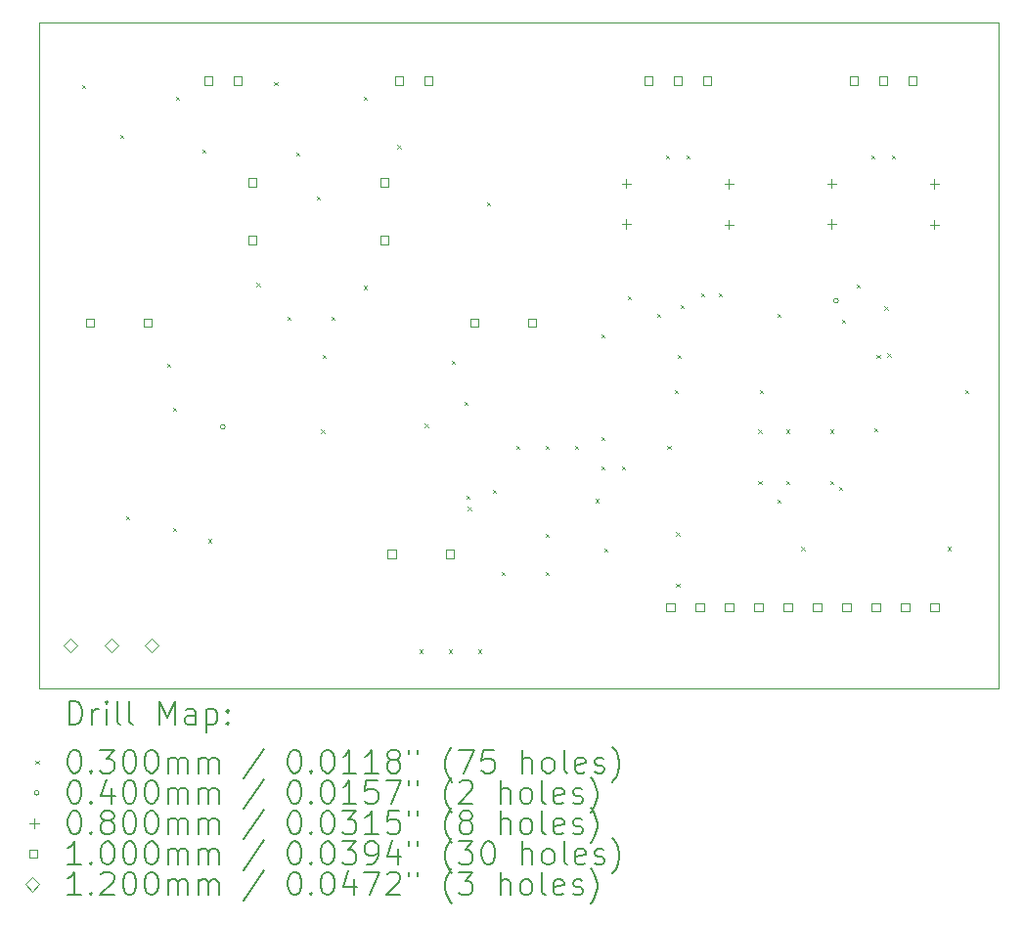
<source format=gbr>
%TF.GenerationSoftware,KiCad,Pcbnew,8.0.3*%
%TF.CreationDate,2024-07-30T18:50:14+02:00*%
%TF.ProjectId,CODEC Dev Board,434f4445-4320-4446-9576-20426f617264,rev?*%
%TF.SameCoordinates,Original*%
%TF.FileFunction,Drillmap*%
%TF.FilePolarity,Positive*%
%FSLAX45Y45*%
G04 Gerber Fmt 4.5, Leading zero omitted, Abs format (unit mm)*
G04 Created by KiCad (PCBNEW 8.0.3) date 2024-07-30 18:50:14*
%MOMM*%
%LPD*%
G01*
G04 APERTURE LIST*
%ADD10C,0.100000*%
%ADD11C,0.200000*%
%ADD12C,0.120000*%
G04 APERTURE END LIST*
D10*
X8890000Y-7762900D02*
X17195800Y-7762900D01*
X17195800Y-13525500D01*
X8890000Y-13525500D01*
X8890000Y-7762900D01*
D11*
D10*
X9256000Y-8303500D02*
X9286000Y-8333500D01*
X9286000Y-8303500D02*
X9256000Y-8333500D01*
X9586200Y-8735300D02*
X9616200Y-8765300D01*
X9616200Y-8735300D02*
X9586200Y-8765300D01*
X9637000Y-12037300D02*
X9667000Y-12067300D01*
X9667000Y-12037300D02*
X9637000Y-12067300D01*
X9992600Y-10716500D02*
X10022600Y-10746500D01*
X10022600Y-10716500D02*
X9992600Y-10746500D01*
X10043400Y-11097500D02*
X10073400Y-11127500D01*
X10073400Y-11097500D02*
X10043400Y-11127500D01*
X10043400Y-12138900D02*
X10073400Y-12168900D01*
X10073400Y-12138900D02*
X10043400Y-12168900D01*
X10068800Y-8405100D02*
X10098800Y-8435100D01*
X10098800Y-8405100D02*
X10068800Y-8435100D01*
X10297400Y-8862300D02*
X10327400Y-8892300D01*
X10327400Y-8862300D02*
X10297400Y-8892300D01*
X10348200Y-12235450D02*
X10378200Y-12265450D01*
X10378200Y-12235450D02*
X10348200Y-12265450D01*
X10767300Y-10018000D02*
X10797300Y-10048000D01*
X10797300Y-10018000D02*
X10767300Y-10048000D01*
X10919700Y-8278100D02*
X10949700Y-8308100D01*
X10949700Y-8278100D02*
X10919700Y-8308100D01*
X11034000Y-10310100D02*
X11064000Y-10340100D01*
X11064000Y-10310100D02*
X11034000Y-10340100D01*
X11110200Y-8887700D02*
X11140200Y-8917700D01*
X11140200Y-8887700D02*
X11110200Y-8917700D01*
X11288000Y-9268700D02*
X11318000Y-9298700D01*
X11318000Y-9268700D02*
X11288000Y-9298700D01*
X11328250Y-11285850D02*
X11358250Y-11315850D01*
X11358250Y-11285850D02*
X11328250Y-11315850D01*
X11338800Y-10640300D02*
X11368800Y-10670300D01*
X11368800Y-10640300D02*
X11338800Y-10670300D01*
X11415000Y-10310100D02*
X11445000Y-10340100D01*
X11445000Y-10310100D02*
X11415000Y-10340100D01*
X11694400Y-8405100D02*
X11724400Y-8435100D01*
X11724400Y-8405100D02*
X11694400Y-8435100D01*
X11694400Y-10043400D02*
X11724400Y-10073400D01*
X11724400Y-10043400D02*
X11694400Y-10073400D01*
X11986500Y-8824200D02*
X12016500Y-8854200D01*
X12016500Y-8824200D02*
X11986500Y-8854200D01*
X12177000Y-13193000D02*
X12207000Y-13223000D01*
X12207000Y-13193000D02*
X12177000Y-13223000D01*
X12222250Y-11237200D02*
X12252250Y-11267200D01*
X12252250Y-11237200D02*
X12222250Y-11267200D01*
X12431000Y-13193000D02*
X12461000Y-13223000D01*
X12461000Y-13193000D02*
X12431000Y-13223000D01*
X12456400Y-10691100D02*
X12486400Y-10721100D01*
X12486400Y-10691100D02*
X12456400Y-10721100D01*
X12566400Y-11046700D02*
X12596400Y-11076700D01*
X12596400Y-11046700D02*
X12566400Y-11076700D01*
X12583400Y-11859500D02*
X12613400Y-11889500D01*
X12613400Y-11859500D02*
X12583400Y-11889500D01*
X12596100Y-11957950D02*
X12626100Y-11987950D01*
X12626100Y-11957950D02*
X12596100Y-11987950D01*
X12685000Y-13193000D02*
X12715000Y-13223000D01*
X12715000Y-13193000D02*
X12685000Y-13223000D01*
X12761200Y-9319500D02*
X12791200Y-9349500D01*
X12791200Y-9319500D02*
X12761200Y-9349500D01*
X12812000Y-11808700D02*
X12842000Y-11838700D01*
X12842000Y-11808700D02*
X12812000Y-11838700D01*
X12888200Y-12519900D02*
X12918200Y-12549900D01*
X12918200Y-12519900D02*
X12888200Y-12549900D01*
X13015200Y-11427700D02*
X13045200Y-11457700D01*
X13045200Y-11427700D02*
X13015200Y-11457700D01*
X13269200Y-11427700D02*
X13299200Y-11457700D01*
X13299200Y-11427700D02*
X13269200Y-11457700D01*
X13269200Y-12189700D02*
X13299200Y-12219700D01*
X13299200Y-12189700D02*
X13269200Y-12219700D01*
X13269200Y-12519900D02*
X13299200Y-12549900D01*
X13299200Y-12519900D02*
X13269200Y-12549900D01*
X13523200Y-11427700D02*
X13553200Y-11457700D01*
X13553200Y-11427700D02*
X13523200Y-11457700D01*
X13701000Y-11889100D02*
X13731000Y-11919100D01*
X13731000Y-11889100D02*
X13701000Y-11919100D01*
X13751800Y-10462500D02*
X13781800Y-10492500D01*
X13781800Y-10462500D02*
X13751800Y-10492500D01*
X13751800Y-11351500D02*
X13781800Y-11381500D01*
X13781800Y-11351500D02*
X13751800Y-11381500D01*
X13751800Y-11605500D02*
X13781800Y-11635500D01*
X13781800Y-11605500D02*
X13751800Y-11635500D01*
X13777200Y-12316700D02*
X13807200Y-12346700D01*
X13807200Y-12316700D02*
X13777200Y-12346700D01*
X13929600Y-11605500D02*
X13959600Y-11635500D01*
X13959600Y-11605500D02*
X13929600Y-11635500D01*
X13980400Y-10132300D02*
X14010400Y-10162300D01*
X14010400Y-10132300D02*
X13980400Y-10162300D01*
X14234400Y-10284700D02*
X14264400Y-10314700D01*
X14264400Y-10284700D02*
X14234400Y-10314700D01*
X14310600Y-8913100D02*
X14340600Y-8943100D01*
X14340600Y-8913100D02*
X14310600Y-8943100D01*
X14323149Y-11427700D02*
X14353149Y-11457700D01*
X14353149Y-11427700D02*
X14323149Y-11457700D01*
X14386800Y-10945100D02*
X14416800Y-10975100D01*
X14416800Y-10945100D02*
X14386800Y-10975100D01*
X14399500Y-12177000D02*
X14429500Y-12207000D01*
X14429500Y-12177000D02*
X14399500Y-12207000D01*
X14399500Y-12621500D02*
X14429500Y-12651500D01*
X14429500Y-12621500D02*
X14399500Y-12651500D01*
X14412200Y-10640300D02*
X14442200Y-10670300D01*
X14442200Y-10640300D02*
X14412200Y-10670300D01*
X14437600Y-10208500D02*
X14467600Y-10238500D01*
X14467600Y-10208500D02*
X14437600Y-10238500D01*
X14488400Y-8913100D02*
X14518400Y-8943100D01*
X14518400Y-8913100D02*
X14488400Y-8943100D01*
X14615400Y-10106900D02*
X14645400Y-10136900D01*
X14645400Y-10106900D02*
X14615400Y-10136900D01*
X14767800Y-10106900D02*
X14797800Y-10136900D01*
X14797800Y-10106900D02*
X14767800Y-10136900D01*
X15110700Y-11288000D02*
X15140700Y-11318000D01*
X15140700Y-11288000D02*
X15110700Y-11318000D01*
X15110700Y-11732500D02*
X15140700Y-11762500D01*
X15140700Y-11732500D02*
X15110700Y-11762500D01*
X15123400Y-10945100D02*
X15153400Y-10975100D01*
X15153400Y-10945100D02*
X15123400Y-10975100D01*
X15275800Y-10284700D02*
X15305800Y-10314700D01*
X15305800Y-10284700D02*
X15275800Y-10314700D01*
X15275800Y-11894100D02*
X15305800Y-11924100D01*
X15305800Y-11894100D02*
X15275800Y-11924100D01*
X15352000Y-11288000D02*
X15382000Y-11318000D01*
X15382000Y-11288000D02*
X15352000Y-11318000D01*
X15352000Y-11732500D02*
X15382000Y-11762500D01*
X15382000Y-11732500D02*
X15352000Y-11762500D01*
X15482000Y-12304000D02*
X15512000Y-12334000D01*
X15512000Y-12304000D02*
X15482000Y-12334000D01*
X15733000Y-11288000D02*
X15763000Y-11318000D01*
X15763000Y-11288000D02*
X15733000Y-11318000D01*
X15733000Y-11732500D02*
X15763000Y-11762500D01*
X15763000Y-11732500D02*
X15733000Y-11762500D01*
X15809200Y-11783300D02*
X15839200Y-11813300D01*
X15839200Y-11783300D02*
X15809200Y-11813300D01*
X15834600Y-10335500D02*
X15864600Y-10365500D01*
X15864600Y-10335500D02*
X15834600Y-10365500D01*
X15961600Y-10030700D02*
X15991600Y-10060700D01*
X15991600Y-10030700D02*
X15961600Y-10060700D01*
X16088600Y-8913100D02*
X16118600Y-8943100D01*
X16118600Y-8913100D02*
X16088600Y-8943100D01*
X16114000Y-11275300D02*
X16144000Y-11305300D01*
X16144000Y-11275300D02*
X16114000Y-11305300D01*
X16136534Y-10641733D02*
X16166534Y-10671733D01*
X16166534Y-10641733D02*
X16136534Y-10671733D01*
X16202900Y-10221200D02*
X16232900Y-10251200D01*
X16232900Y-10221200D02*
X16202900Y-10251200D01*
X16227200Y-10626500D02*
X16257200Y-10656500D01*
X16257200Y-10626500D02*
X16227200Y-10656500D01*
X16266400Y-8913100D02*
X16296400Y-8943100D01*
X16296400Y-8913100D02*
X16266400Y-8943100D01*
X16749000Y-12304000D02*
X16779000Y-12334000D01*
X16779000Y-12304000D02*
X16749000Y-12334000D01*
X16901400Y-10945100D02*
X16931400Y-10975100D01*
X16931400Y-10945100D02*
X16901400Y-10975100D01*
X10495697Y-11265089D02*
G75*
G02*
X10455697Y-11265089I-20000J0D01*
G01*
X10455697Y-11265089D02*
G75*
G02*
X10495697Y-11265089I20000J0D01*
G01*
X15806100Y-10172700D02*
G75*
G02*
X15766100Y-10172700I-20000J0D01*
G01*
X15766100Y-10172700D02*
G75*
G02*
X15806100Y-10172700I20000J0D01*
G01*
X13970000Y-9116700D02*
X13970000Y-9196700D01*
X13930000Y-9156700D02*
X14010000Y-9156700D01*
X13970000Y-9466700D02*
X13970000Y-9546700D01*
X13930000Y-9506700D02*
X14010000Y-9506700D01*
X14859000Y-9122465D02*
X14859000Y-9202465D01*
X14819000Y-9162465D02*
X14899000Y-9162465D01*
X14859000Y-9472465D02*
X14859000Y-9552465D01*
X14819000Y-9512465D02*
X14899000Y-9512465D01*
X15748000Y-9116700D02*
X15748000Y-9196700D01*
X15708000Y-9156700D02*
X15788000Y-9156700D01*
X15748000Y-9466700D02*
X15748000Y-9546700D01*
X15708000Y-9506700D02*
X15788000Y-9506700D01*
X16637000Y-9122465D02*
X16637000Y-9202465D01*
X16597000Y-9162465D02*
X16677000Y-9162465D01*
X16637000Y-9472465D02*
X16637000Y-9552465D01*
X16597000Y-9512465D02*
X16677000Y-9512465D01*
X9360623Y-10398556D02*
X9360623Y-10327844D01*
X9289912Y-10327844D01*
X9289912Y-10398556D01*
X9360623Y-10398556D01*
X9860623Y-10398556D02*
X9860623Y-10327844D01*
X9789912Y-10327844D01*
X9789912Y-10398556D01*
X9860623Y-10398556D01*
X10385856Y-8303056D02*
X10385856Y-8232344D01*
X10315144Y-8232344D01*
X10315144Y-8303056D01*
X10385856Y-8303056D01*
X10639856Y-8303056D02*
X10639856Y-8232344D01*
X10569144Y-8232344D01*
X10569144Y-8303056D01*
X10639856Y-8303056D01*
X10766856Y-9182823D02*
X10766856Y-9112112D01*
X10696144Y-9112112D01*
X10696144Y-9182823D01*
X10766856Y-9182823D01*
X10766856Y-9682823D02*
X10766856Y-9612112D01*
X10696144Y-9612112D01*
X10696144Y-9682823D01*
X10766856Y-9682823D01*
X11909856Y-9182823D02*
X11909856Y-9112112D01*
X11839144Y-9112112D01*
X11839144Y-9182823D01*
X11909856Y-9182823D01*
X11909856Y-9682823D02*
X11909856Y-9612112D01*
X11839144Y-9612112D01*
X11839144Y-9682823D01*
X11909856Y-9682823D01*
X11975288Y-12399306D02*
X11975288Y-12328594D01*
X11904577Y-12328594D01*
X11904577Y-12399306D01*
X11975288Y-12399306D01*
X12037356Y-8303056D02*
X12037356Y-8232344D01*
X11966644Y-8232344D01*
X11966644Y-8303056D01*
X12037356Y-8303056D01*
X12291356Y-8303056D02*
X12291356Y-8232344D01*
X12220644Y-8232344D01*
X12220644Y-8303056D01*
X12291356Y-8303056D01*
X12475288Y-12399306D02*
X12475288Y-12328594D01*
X12404577Y-12328594D01*
X12404577Y-12399306D01*
X12475288Y-12399306D01*
X12689088Y-10398556D02*
X12689088Y-10327844D01*
X12618377Y-10327844D01*
X12618377Y-10398556D01*
X12689088Y-10398556D01*
X13189088Y-10398556D02*
X13189088Y-10327844D01*
X13118377Y-10327844D01*
X13118377Y-10398556D01*
X13189088Y-10398556D01*
X14195856Y-8303056D02*
X14195856Y-8232344D01*
X14125144Y-8232344D01*
X14125144Y-8303056D01*
X14195856Y-8303056D01*
X14386356Y-12862356D02*
X14386356Y-12791644D01*
X14315644Y-12791644D01*
X14315644Y-12862356D01*
X14386356Y-12862356D01*
X14449856Y-8303056D02*
X14449856Y-8232344D01*
X14379144Y-8232344D01*
X14379144Y-8303056D01*
X14449856Y-8303056D01*
X14640356Y-12862356D02*
X14640356Y-12791644D01*
X14569644Y-12791644D01*
X14569644Y-12862356D01*
X14640356Y-12862356D01*
X14703856Y-8303056D02*
X14703856Y-8232344D01*
X14633144Y-8232344D01*
X14633144Y-8303056D01*
X14703856Y-8303056D01*
X14894356Y-12862356D02*
X14894356Y-12791644D01*
X14823644Y-12791644D01*
X14823644Y-12862356D01*
X14894356Y-12862356D01*
X15148356Y-12862356D02*
X15148356Y-12791644D01*
X15077644Y-12791644D01*
X15077644Y-12862356D01*
X15148356Y-12862356D01*
X15402356Y-12862356D02*
X15402356Y-12791644D01*
X15331644Y-12791644D01*
X15331644Y-12862356D01*
X15402356Y-12862356D01*
X15656356Y-12862356D02*
X15656356Y-12791644D01*
X15585644Y-12791644D01*
X15585644Y-12862356D01*
X15656356Y-12862356D01*
X15910356Y-12862356D02*
X15910356Y-12791644D01*
X15839644Y-12791644D01*
X15839644Y-12862356D01*
X15910356Y-12862356D01*
X15973856Y-8303056D02*
X15973856Y-8232344D01*
X15903144Y-8232344D01*
X15903144Y-8303056D01*
X15973856Y-8303056D01*
X16164356Y-12862356D02*
X16164356Y-12791644D01*
X16093644Y-12791644D01*
X16093644Y-12862356D01*
X16164356Y-12862356D01*
X16227856Y-8303056D02*
X16227856Y-8232344D01*
X16157144Y-8232344D01*
X16157144Y-8303056D01*
X16227856Y-8303056D01*
X16418356Y-12862356D02*
X16418356Y-12791644D01*
X16347644Y-12791644D01*
X16347644Y-12862356D01*
X16418356Y-12862356D01*
X16481856Y-8303056D02*
X16481856Y-8232344D01*
X16411144Y-8232344D01*
X16411144Y-8303056D01*
X16481856Y-8303056D01*
X16672356Y-12862356D02*
X16672356Y-12791644D01*
X16601644Y-12791644D01*
X16601644Y-12862356D01*
X16672356Y-12862356D01*
D12*
X9159700Y-13217200D02*
X9219700Y-13157200D01*
X9159700Y-13097200D01*
X9099700Y-13157200D01*
X9159700Y-13217200D01*
X9509700Y-13217200D02*
X9569700Y-13157200D01*
X9509700Y-13097200D01*
X9449700Y-13157200D01*
X9509700Y-13217200D01*
X9859700Y-13217200D02*
X9919700Y-13157200D01*
X9859700Y-13097200D01*
X9799700Y-13157200D01*
X9859700Y-13217200D01*
D11*
X9145777Y-13841984D02*
X9145777Y-13641984D01*
X9145777Y-13641984D02*
X9193396Y-13641984D01*
X9193396Y-13641984D02*
X9221967Y-13651508D01*
X9221967Y-13651508D02*
X9241015Y-13670555D01*
X9241015Y-13670555D02*
X9250539Y-13689603D01*
X9250539Y-13689603D02*
X9260063Y-13727698D01*
X9260063Y-13727698D02*
X9260063Y-13756269D01*
X9260063Y-13756269D02*
X9250539Y-13794365D01*
X9250539Y-13794365D02*
X9241015Y-13813412D01*
X9241015Y-13813412D02*
X9221967Y-13832460D01*
X9221967Y-13832460D02*
X9193396Y-13841984D01*
X9193396Y-13841984D02*
X9145777Y-13841984D01*
X9345777Y-13841984D02*
X9345777Y-13708650D01*
X9345777Y-13746746D02*
X9355301Y-13727698D01*
X9355301Y-13727698D02*
X9364824Y-13718174D01*
X9364824Y-13718174D02*
X9383872Y-13708650D01*
X9383872Y-13708650D02*
X9402920Y-13708650D01*
X9469586Y-13841984D02*
X9469586Y-13708650D01*
X9469586Y-13641984D02*
X9460063Y-13651508D01*
X9460063Y-13651508D02*
X9469586Y-13661031D01*
X9469586Y-13661031D02*
X9479110Y-13651508D01*
X9479110Y-13651508D02*
X9469586Y-13641984D01*
X9469586Y-13641984D02*
X9469586Y-13661031D01*
X9593396Y-13841984D02*
X9574348Y-13832460D01*
X9574348Y-13832460D02*
X9564824Y-13813412D01*
X9564824Y-13813412D02*
X9564824Y-13641984D01*
X9698158Y-13841984D02*
X9679110Y-13832460D01*
X9679110Y-13832460D02*
X9669586Y-13813412D01*
X9669586Y-13813412D02*
X9669586Y-13641984D01*
X9926729Y-13841984D02*
X9926729Y-13641984D01*
X9926729Y-13641984D02*
X9993396Y-13784841D01*
X9993396Y-13784841D02*
X10060063Y-13641984D01*
X10060063Y-13641984D02*
X10060063Y-13841984D01*
X10241015Y-13841984D02*
X10241015Y-13737222D01*
X10241015Y-13737222D02*
X10231491Y-13718174D01*
X10231491Y-13718174D02*
X10212444Y-13708650D01*
X10212444Y-13708650D02*
X10174348Y-13708650D01*
X10174348Y-13708650D02*
X10155301Y-13718174D01*
X10241015Y-13832460D02*
X10221967Y-13841984D01*
X10221967Y-13841984D02*
X10174348Y-13841984D01*
X10174348Y-13841984D02*
X10155301Y-13832460D01*
X10155301Y-13832460D02*
X10145777Y-13813412D01*
X10145777Y-13813412D02*
X10145777Y-13794365D01*
X10145777Y-13794365D02*
X10155301Y-13775317D01*
X10155301Y-13775317D02*
X10174348Y-13765793D01*
X10174348Y-13765793D02*
X10221967Y-13765793D01*
X10221967Y-13765793D02*
X10241015Y-13756269D01*
X10336253Y-13708650D02*
X10336253Y-13908650D01*
X10336253Y-13718174D02*
X10355301Y-13708650D01*
X10355301Y-13708650D02*
X10393396Y-13708650D01*
X10393396Y-13708650D02*
X10412444Y-13718174D01*
X10412444Y-13718174D02*
X10421967Y-13727698D01*
X10421967Y-13727698D02*
X10431491Y-13746746D01*
X10431491Y-13746746D02*
X10431491Y-13803888D01*
X10431491Y-13803888D02*
X10421967Y-13822936D01*
X10421967Y-13822936D02*
X10412444Y-13832460D01*
X10412444Y-13832460D02*
X10393396Y-13841984D01*
X10393396Y-13841984D02*
X10355301Y-13841984D01*
X10355301Y-13841984D02*
X10336253Y-13832460D01*
X10517205Y-13822936D02*
X10526729Y-13832460D01*
X10526729Y-13832460D02*
X10517205Y-13841984D01*
X10517205Y-13841984D02*
X10507682Y-13832460D01*
X10507682Y-13832460D02*
X10517205Y-13822936D01*
X10517205Y-13822936D02*
X10517205Y-13841984D01*
X10517205Y-13718174D02*
X10526729Y-13727698D01*
X10526729Y-13727698D02*
X10517205Y-13737222D01*
X10517205Y-13737222D02*
X10507682Y-13727698D01*
X10507682Y-13727698D02*
X10517205Y-13718174D01*
X10517205Y-13718174D02*
X10517205Y-13737222D01*
D10*
X8855000Y-14155500D02*
X8885000Y-14185500D01*
X8885000Y-14155500D02*
X8855000Y-14185500D01*
D11*
X9183872Y-14061984D02*
X9202920Y-14061984D01*
X9202920Y-14061984D02*
X9221967Y-14071508D01*
X9221967Y-14071508D02*
X9231491Y-14081031D01*
X9231491Y-14081031D02*
X9241015Y-14100079D01*
X9241015Y-14100079D02*
X9250539Y-14138174D01*
X9250539Y-14138174D02*
X9250539Y-14185793D01*
X9250539Y-14185793D02*
X9241015Y-14223888D01*
X9241015Y-14223888D02*
X9231491Y-14242936D01*
X9231491Y-14242936D02*
X9221967Y-14252460D01*
X9221967Y-14252460D02*
X9202920Y-14261984D01*
X9202920Y-14261984D02*
X9183872Y-14261984D01*
X9183872Y-14261984D02*
X9164824Y-14252460D01*
X9164824Y-14252460D02*
X9155301Y-14242936D01*
X9155301Y-14242936D02*
X9145777Y-14223888D01*
X9145777Y-14223888D02*
X9136253Y-14185793D01*
X9136253Y-14185793D02*
X9136253Y-14138174D01*
X9136253Y-14138174D02*
X9145777Y-14100079D01*
X9145777Y-14100079D02*
X9155301Y-14081031D01*
X9155301Y-14081031D02*
X9164824Y-14071508D01*
X9164824Y-14071508D02*
X9183872Y-14061984D01*
X9336253Y-14242936D02*
X9345777Y-14252460D01*
X9345777Y-14252460D02*
X9336253Y-14261984D01*
X9336253Y-14261984D02*
X9326729Y-14252460D01*
X9326729Y-14252460D02*
X9336253Y-14242936D01*
X9336253Y-14242936D02*
X9336253Y-14261984D01*
X9412444Y-14061984D02*
X9536253Y-14061984D01*
X9536253Y-14061984D02*
X9469586Y-14138174D01*
X9469586Y-14138174D02*
X9498158Y-14138174D01*
X9498158Y-14138174D02*
X9517205Y-14147698D01*
X9517205Y-14147698D02*
X9526729Y-14157222D01*
X9526729Y-14157222D02*
X9536253Y-14176269D01*
X9536253Y-14176269D02*
X9536253Y-14223888D01*
X9536253Y-14223888D02*
X9526729Y-14242936D01*
X9526729Y-14242936D02*
X9517205Y-14252460D01*
X9517205Y-14252460D02*
X9498158Y-14261984D01*
X9498158Y-14261984D02*
X9441015Y-14261984D01*
X9441015Y-14261984D02*
X9421967Y-14252460D01*
X9421967Y-14252460D02*
X9412444Y-14242936D01*
X9660063Y-14061984D02*
X9679110Y-14061984D01*
X9679110Y-14061984D02*
X9698158Y-14071508D01*
X9698158Y-14071508D02*
X9707682Y-14081031D01*
X9707682Y-14081031D02*
X9717205Y-14100079D01*
X9717205Y-14100079D02*
X9726729Y-14138174D01*
X9726729Y-14138174D02*
X9726729Y-14185793D01*
X9726729Y-14185793D02*
X9717205Y-14223888D01*
X9717205Y-14223888D02*
X9707682Y-14242936D01*
X9707682Y-14242936D02*
X9698158Y-14252460D01*
X9698158Y-14252460D02*
X9679110Y-14261984D01*
X9679110Y-14261984D02*
X9660063Y-14261984D01*
X9660063Y-14261984D02*
X9641015Y-14252460D01*
X9641015Y-14252460D02*
X9631491Y-14242936D01*
X9631491Y-14242936D02*
X9621967Y-14223888D01*
X9621967Y-14223888D02*
X9612444Y-14185793D01*
X9612444Y-14185793D02*
X9612444Y-14138174D01*
X9612444Y-14138174D02*
X9621967Y-14100079D01*
X9621967Y-14100079D02*
X9631491Y-14081031D01*
X9631491Y-14081031D02*
X9641015Y-14071508D01*
X9641015Y-14071508D02*
X9660063Y-14061984D01*
X9850539Y-14061984D02*
X9869586Y-14061984D01*
X9869586Y-14061984D02*
X9888634Y-14071508D01*
X9888634Y-14071508D02*
X9898158Y-14081031D01*
X9898158Y-14081031D02*
X9907682Y-14100079D01*
X9907682Y-14100079D02*
X9917205Y-14138174D01*
X9917205Y-14138174D02*
X9917205Y-14185793D01*
X9917205Y-14185793D02*
X9907682Y-14223888D01*
X9907682Y-14223888D02*
X9898158Y-14242936D01*
X9898158Y-14242936D02*
X9888634Y-14252460D01*
X9888634Y-14252460D02*
X9869586Y-14261984D01*
X9869586Y-14261984D02*
X9850539Y-14261984D01*
X9850539Y-14261984D02*
X9831491Y-14252460D01*
X9831491Y-14252460D02*
X9821967Y-14242936D01*
X9821967Y-14242936D02*
X9812444Y-14223888D01*
X9812444Y-14223888D02*
X9802920Y-14185793D01*
X9802920Y-14185793D02*
X9802920Y-14138174D01*
X9802920Y-14138174D02*
X9812444Y-14100079D01*
X9812444Y-14100079D02*
X9821967Y-14081031D01*
X9821967Y-14081031D02*
X9831491Y-14071508D01*
X9831491Y-14071508D02*
X9850539Y-14061984D01*
X10002920Y-14261984D02*
X10002920Y-14128650D01*
X10002920Y-14147698D02*
X10012444Y-14138174D01*
X10012444Y-14138174D02*
X10031491Y-14128650D01*
X10031491Y-14128650D02*
X10060063Y-14128650D01*
X10060063Y-14128650D02*
X10079110Y-14138174D01*
X10079110Y-14138174D02*
X10088634Y-14157222D01*
X10088634Y-14157222D02*
X10088634Y-14261984D01*
X10088634Y-14157222D02*
X10098158Y-14138174D01*
X10098158Y-14138174D02*
X10117205Y-14128650D01*
X10117205Y-14128650D02*
X10145777Y-14128650D01*
X10145777Y-14128650D02*
X10164825Y-14138174D01*
X10164825Y-14138174D02*
X10174348Y-14157222D01*
X10174348Y-14157222D02*
X10174348Y-14261984D01*
X10269586Y-14261984D02*
X10269586Y-14128650D01*
X10269586Y-14147698D02*
X10279110Y-14138174D01*
X10279110Y-14138174D02*
X10298158Y-14128650D01*
X10298158Y-14128650D02*
X10326729Y-14128650D01*
X10326729Y-14128650D02*
X10345777Y-14138174D01*
X10345777Y-14138174D02*
X10355301Y-14157222D01*
X10355301Y-14157222D02*
X10355301Y-14261984D01*
X10355301Y-14157222D02*
X10364825Y-14138174D01*
X10364825Y-14138174D02*
X10383872Y-14128650D01*
X10383872Y-14128650D02*
X10412444Y-14128650D01*
X10412444Y-14128650D02*
X10431491Y-14138174D01*
X10431491Y-14138174D02*
X10441015Y-14157222D01*
X10441015Y-14157222D02*
X10441015Y-14261984D01*
X10831491Y-14052460D02*
X10660063Y-14309603D01*
X11088634Y-14061984D02*
X11107682Y-14061984D01*
X11107682Y-14061984D02*
X11126729Y-14071508D01*
X11126729Y-14071508D02*
X11136253Y-14081031D01*
X11136253Y-14081031D02*
X11145777Y-14100079D01*
X11145777Y-14100079D02*
X11155301Y-14138174D01*
X11155301Y-14138174D02*
X11155301Y-14185793D01*
X11155301Y-14185793D02*
X11145777Y-14223888D01*
X11145777Y-14223888D02*
X11136253Y-14242936D01*
X11136253Y-14242936D02*
X11126729Y-14252460D01*
X11126729Y-14252460D02*
X11107682Y-14261984D01*
X11107682Y-14261984D02*
X11088634Y-14261984D01*
X11088634Y-14261984D02*
X11069587Y-14252460D01*
X11069587Y-14252460D02*
X11060063Y-14242936D01*
X11060063Y-14242936D02*
X11050539Y-14223888D01*
X11050539Y-14223888D02*
X11041015Y-14185793D01*
X11041015Y-14185793D02*
X11041015Y-14138174D01*
X11041015Y-14138174D02*
X11050539Y-14100079D01*
X11050539Y-14100079D02*
X11060063Y-14081031D01*
X11060063Y-14081031D02*
X11069587Y-14071508D01*
X11069587Y-14071508D02*
X11088634Y-14061984D01*
X11241015Y-14242936D02*
X11250539Y-14252460D01*
X11250539Y-14252460D02*
X11241015Y-14261984D01*
X11241015Y-14261984D02*
X11231491Y-14252460D01*
X11231491Y-14252460D02*
X11241015Y-14242936D01*
X11241015Y-14242936D02*
X11241015Y-14261984D01*
X11374348Y-14061984D02*
X11393396Y-14061984D01*
X11393396Y-14061984D02*
X11412444Y-14071508D01*
X11412444Y-14071508D02*
X11421967Y-14081031D01*
X11421967Y-14081031D02*
X11431491Y-14100079D01*
X11431491Y-14100079D02*
X11441015Y-14138174D01*
X11441015Y-14138174D02*
X11441015Y-14185793D01*
X11441015Y-14185793D02*
X11431491Y-14223888D01*
X11431491Y-14223888D02*
X11421967Y-14242936D01*
X11421967Y-14242936D02*
X11412444Y-14252460D01*
X11412444Y-14252460D02*
X11393396Y-14261984D01*
X11393396Y-14261984D02*
X11374348Y-14261984D01*
X11374348Y-14261984D02*
X11355301Y-14252460D01*
X11355301Y-14252460D02*
X11345777Y-14242936D01*
X11345777Y-14242936D02*
X11336253Y-14223888D01*
X11336253Y-14223888D02*
X11326729Y-14185793D01*
X11326729Y-14185793D02*
X11326729Y-14138174D01*
X11326729Y-14138174D02*
X11336253Y-14100079D01*
X11336253Y-14100079D02*
X11345777Y-14081031D01*
X11345777Y-14081031D02*
X11355301Y-14071508D01*
X11355301Y-14071508D02*
X11374348Y-14061984D01*
X11631491Y-14261984D02*
X11517206Y-14261984D01*
X11574348Y-14261984D02*
X11574348Y-14061984D01*
X11574348Y-14061984D02*
X11555301Y-14090555D01*
X11555301Y-14090555D02*
X11536253Y-14109603D01*
X11536253Y-14109603D02*
X11517206Y-14119127D01*
X11821967Y-14261984D02*
X11707682Y-14261984D01*
X11764825Y-14261984D02*
X11764825Y-14061984D01*
X11764825Y-14061984D02*
X11745777Y-14090555D01*
X11745777Y-14090555D02*
X11726729Y-14109603D01*
X11726729Y-14109603D02*
X11707682Y-14119127D01*
X11936253Y-14147698D02*
X11917206Y-14138174D01*
X11917206Y-14138174D02*
X11907682Y-14128650D01*
X11907682Y-14128650D02*
X11898158Y-14109603D01*
X11898158Y-14109603D02*
X11898158Y-14100079D01*
X11898158Y-14100079D02*
X11907682Y-14081031D01*
X11907682Y-14081031D02*
X11917206Y-14071508D01*
X11917206Y-14071508D02*
X11936253Y-14061984D01*
X11936253Y-14061984D02*
X11974348Y-14061984D01*
X11974348Y-14061984D02*
X11993396Y-14071508D01*
X11993396Y-14071508D02*
X12002920Y-14081031D01*
X12002920Y-14081031D02*
X12012444Y-14100079D01*
X12012444Y-14100079D02*
X12012444Y-14109603D01*
X12012444Y-14109603D02*
X12002920Y-14128650D01*
X12002920Y-14128650D02*
X11993396Y-14138174D01*
X11993396Y-14138174D02*
X11974348Y-14147698D01*
X11974348Y-14147698D02*
X11936253Y-14147698D01*
X11936253Y-14147698D02*
X11917206Y-14157222D01*
X11917206Y-14157222D02*
X11907682Y-14166746D01*
X11907682Y-14166746D02*
X11898158Y-14185793D01*
X11898158Y-14185793D02*
X11898158Y-14223888D01*
X11898158Y-14223888D02*
X11907682Y-14242936D01*
X11907682Y-14242936D02*
X11917206Y-14252460D01*
X11917206Y-14252460D02*
X11936253Y-14261984D01*
X11936253Y-14261984D02*
X11974348Y-14261984D01*
X11974348Y-14261984D02*
X11993396Y-14252460D01*
X11993396Y-14252460D02*
X12002920Y-14242936D01*
X12002920Y-14242936D02*
X12012444Y-14223888D01*
X12012444Y-14223888D02*
X12012444Y-14185793D01*
X12012444Y-14185793D02*
X12002920Y-14166746D01*
X12002920Y-14166746D02*
X11993396Y-14157222D01*
X11993396Y-14157222D02*
X11974348Y-14147698D01*
X12088634Y-14061984D02*
X12088634Y-14100079D01*
X12164825Y-14061984D02*
X12164825Y-14100079D01*
X12460063Y-14338174D02*
X12450539Y-14328650D01*
X12450539Y-14328650D02*
X12431491Y-14300079D01*
X12431491Y-14300079D02*
X12421968Y-14281031D01*
X12421968Y-14281031D02*
X12412444Y-14252460D01*
X12412444Y-14252460D02*
X12402920Y-14204841D01*
X12402920Y-14204841D02*
X12402920Y-14166746D01*
X12402920Y-14166746D02*
X12412444Y-14119127D01*
X12412444Y-14119127D02*
X12421968Y-14090555D01*
X12421968Y-14090555D02*
X12431491Y-14071508D01*
X12431491Y-14071508D02*
X12450539Y-14042936D01*
X12450539Y-14042936D02*
X12460063Y-14033412D01*
X12517206Y-14061984D02*
X12650539Y-14061984D01*
X12650539Y-14061984D02*
X12564825Y-14261984D01*
X12821968Y-14061984D02*
X12726729Y-14061984D01*
X12726729Y-14061984D02*
X12717206Y-14157222D01*
X12717206Y-14157222D02*
X12726729Y-14147698D01*
X12726729Y-14147698D02*
X12745777Y-14138174D01*
X12745777Y-14138174D02*
X12793396Y-14138174D01*
X12793396Y-14138174D02*
X12812444Y-14147698D01*
X12812444Y-14147698D02*
X12821968Y-14157222D01*
X12821968Y-14157222D02*
X12831491Y-14176269D01*
X12831491Y-14176269D02*
X12831491Y-14223888D01*
X12831491Y-14223888D02*
X12821968Y-14242936D01*
X12821968Y-14242936D02*
X12812444Y-14252460D01*
X12812444Y-14252460D02*
X12793396Y-14261984D01*
X12793396Y-14261984D02*
X12745777Y-14261984D01*
X12745777Y-14261984D02*
X12726729Y-14252460D01*
X12726729Y-14252460D02*
X12717206Y-14242936D01*
X13069587Y-14261984D02*
X13069587Y-14061984D01*
X13155301Y-14261984D02*
X13155301Y-14157222D01*
X13155301Y-14157222D02*
X13145777Y-14138174D01*
X13145777Y-14138174D02*
X13126730Y-14128650D01*
X13126730Y-14128650D02*
X13098158Y-14128650D01*
X13098158Y-14128650D02*
X13079110Y-14138174D01*
X13079110Y-14138174D02*
X13069587Y-14147698D01*
X13279110Y-14261984D02*
X13260063Y-14252460D01*
X13260063Y-14252460D02*
X13250539Y-14242936D01*
X13250539Y-14242936D02*
X13241015Y-14223888D01*
X13241015Y-14223888D02*
X13241015Y-14166746D01*
X13241015Y-14166746D02*
X13250539Y-14147698D01*
X13250539Y-14147698D02*
X13260063Y-14138174D01*
X13260063Y-14138174D02*
X13279110Y-14128650D01*
X13279110Y-14128650D02*
X13307682Y-14128650D01*
X13307682Y-14128650D02*
X13326730Y-14138174D01*
X13326730Y-14138174D02*
X13336253Y-14147698D01*
X13336253Y-14147698D02*
X13345777Y-14166746D01*
X13345777Y-14166746D02*
X13345777Y-14223888D01*
X13345777Y-14223888D02*
X13336253Y-14242936D01*
X13336253Y-14242936D02*
X13326730Y-14252460D01*
X13326730Y-14252460D02*
X13307682Y-14261984D01*
X13307682Y-14261984D02*
X13279110Y-14261984D01*
X13460063Y-14261984D02*
X13441015Y-14252460D01*
X13441015Y-14252460D02*
X13431491Y-14233412D01*
X13431491Y-14233412D02*
X13431491Y-14061984D01*
X13612444Y-14252460D02*
X13593396Y-14261984D01*
X13593396Y-14261984D02*
X13555301Y-14261984D01*
X13555301Y-14261984D02*
X13536253Y-14252460D01*
X13536253Y-14252460D02*
X13526730Y-14233412D01*
X13526730Y-14233412D02*
X13526730Y-14157222D01*
X13526730Y-14157222D02*
X13536253Y-14138174D01*
X13536253Y-14138174D02*
X13555301Y-14128650D01*
X13555301Y-14128650D02*
X13593396Y-14128650D01*
X13593396Y-14128650D02*
X13612444Y-14138174D01*
X13612444Y-14138174D02*
X13621968Y-14157222D01*
X13621968Y-14157222D02*
X13621968Y-14176269D01*
X13621968Y-14176269D02*
X13526730Y-14195317D01*
X13698158Y-14252460D02*
X13717206Y-14261984D01*
X13717206Y-14261984D02*
X13755301Y-14261984D01*
X13755301Y-14261984D02*
X13774349Y-14252460D01*
X13774349Y-14252460D02*
X13783872Y-14233412D01*
X13783872Y-14233412D02*
X13783872Y-14223888D01*
X13783872Y-14223888D02*
X13774349Y-14204841D01*
X13774349Y-14204841D02*
X13755301Y-14195317D01*
X13755301Y-14195317D02*
X13726730Y-14195317D01*
X13726730Y-14195317D02*
X13707682Y-14185793D01*
X13707682Y-14185793D02*
X13698158Y-14166746D01*
X13698158Y-14166746D02*
X13698158Y-14157222D01*
X13698158Y-14157222D02*
X13707682Y-14138174D01*
X13707682Y-14138174D02*
X13726730Y-14128650D01*
X13726730Y-14128650D02*
X13755301Y-14128650D01*
X13755301Y-14128650D02*
X13774349Y-14138174D01*
X13850539Y-14338174D02*
X13860063Y-14328650D01*
X13860063Y-14328650D02*
X13879111Y-14300079D01*
X13879111Y-14300079D02*
X13888634Y-14281031D01*
X13888634Y-14281031D02*
X13898158Y-14252460D01*
X13898158Y-14252460D02*
X13907682Y-14204841D01*
X13907682Y-14204841D02*
X13907682Y-14166746D01*
X13907682Y-14166746D02*
X13898158Y-14119127D01*
X13898158Y-14119127D02*
X13888634Y-14090555D01*
X13888634Y-14090555D02*
X13879111Y-14071508D01*
X13879111Y-14071508D02*
X13860063Y-14042936D01*
X13860063Y-14042936D02*
X13850539Y-14033412D01*
D10*
X8885000Y-14434500D02*
G75*
G02*
X8845000Y-14434500I-20000J0D01*
G01*
X8845000Y-14434500D02*
G75*
G02*
X8885000Y-14434500I20000J0D01*
G01*
D11*
X9183872Y-14325984D02*
X9202920Y-14325984D01*
X9202920Y-14325984D02*
X9221967Y-14335508D01*
X9221967Y-14335508D02*
X9231491Y-14345031D01*
X9231491Y-14345031D02*
X9241015Y-14364079D01*
X9241015Y-14364079D02*
X9250539Y-14402174D01*
X9250539Y-14402174D02*
X9250539Y-14449793D01*
X9250539Y-14449793D02*
X9241015Y-14487888D01*
X9241015Y-14487888D02*
X9231491Y-14506936D01*
X9231491Y-14506936D02*
X9221967Y-14516460D01*
X9221967Y-14516460D02*
X9202920Y-14525984D01*
X9202920Y-14525984D02*
X9183872Y-14525984D01*
X9183872Y-14525984D02*
X9164824Y-14516460D01*
X9164824Y-14516460D02*
X9155301Y-14506936D01*
X9155301Y-14506936D02*
X9145777Y-14487888D01*
X9145777Y-14487888D02*
X9136253Y-14449793D01*
X9136253Y-14449793D02*
X9136253Y-14402174D01*
X9136253Y-14402174D02*
X9145777Y-14364079D01*
X9145777Y-14364079D02*
X9155301Y-14345031D01*
X9155301Y-14345031D02*
X9164824Y-14335508D01*
X9164824Y-14335508D02*
X9183872Y-14325984D01*
X9336253Y-14506936D02*
X9345777Y-14516460D01*
X9345777Y-14516460D02*
X9336253Y-14525984D01*
X9336253Y-14525984D02*
X9326729Y-14516460D01*
X9326729Y-14516460D02*
X9336253Y-14506936D01*
X9336253Y-14506936D02*
X9336253Y-14525984D01*
X9517205Y-14392650D02*
X9517205Y-14525984D01*
X9469586Y-14316460D02*
X9421967Y-14459317D01*
X9421967Y-14459317D02*
X9545777Y-14459317D01*
X9660063Y-14325984D02*
X9679110Y-14325984D01*
X9679110Y-14325984D02*
X9698158Y-14335508D01*
X9698158Y-14335508D02*
X9707682Y-14345031D01*
X9707682Y-14345031D02*
X9717205Y-14364079D01*
X9717205Y-14364079D02*
X9726729Y-14402174D01*
X9726729Y-14402174D02*
X9726729Y-14449793D01*
X9726729Y-14449793D02*
X9717205Y-14487888D01*
X9717205Y-14487888D02*
X9707682Y-14506936D01*
X9707682Y-14506936D02*
X9698158Y-14516460D01*
X9698158Y-14516460D02*
X9679110Y-14525984D01*
X9679110Y-14525984D02*
X9660063Y-14525984D01*
X9660063Y-14525984D02*
X9641015Y-14516460D01*
X9641015Y-14516460D02*
X9631491Y-14506936D01*
X9631491Y-14506936D02*
X9621967Y-14487888D01*
X9621967Y-14487888D02*
X9612444Y-14449793D01*
X9612444Y-14449793D02*
X9612444Y-14402174D01*
X9612444Y-14402174D02*
X9621967Y-14364079D01*
X9621967Y-14364079D02*
X9631491Y-14345031D01*
X9631491Y-14345031D02*
X9641015Y-14335508D01*
X9641015Y-14335508D02*
X9660063Y-14325984D01*
X9850539Y-14325984D02*
X9869586Y-14325984D01*
X9869586Y-14325984D02*
X9888634Y-14335508D01*
X9888634Y-14335508D02*
X9898158Y-14345031D01*
X9898158Y-14345031D02*
X9907682Y-14364079D01*
X9907682Y-14364079D02*
X9917205Y-14402174D01*
X9917205Y-14402174D02*
X9917205Y-14449793D01*
X9917205Y-14449793D02*
X9907682Y-14487888D01*
X9907682Y-14487888D02*
X9898158Y-14506936D01*
X9898158Y-14506936D02*
X9888634Y-14516460D01*
X9888634Y-14516460D02*
X9869586Y-14525984D01*
X9869586Y-14525984D02*
X9850539Y-14525984D01*
X9850539Y-14525984D02*
X9831491Y-14516460D01*
X9831491Y-14516460D02*
X9821967Y-14506936D01*
X9821967Y-14506936D02*
X9812444Y-14487888D01*
X9812444Y-14487888D02*
X9802920Y-14449793D01*
X9802920Y-14449793D02*
X9802920Y-14402174D01*
X9802920Y-14402174D02*
X9812444Y-14364079D01*
X9812444Y-14364079D02*
X9821967Y-14345031D01*
X9821967Y-14345031D02*
X9831491Y-14335508D01*
X9831491Y-14335508D02*
X9850539Y-14325984D01*
X10002920Y-14525984D02*
X10002920Y-14392650D01*
X10002920Y-14411698D02*
X10012444Y-14402174D01*
X10012444Y-14402174D02*
X10031491Y-14392650D01*
X10031491Y-14392650D02*
X10060063Y-14392650D01*
X10060063Y-14392650D02*
X10079110Y-14402174D01*
X10079110Y-14402174D02*
X10088634Y-14421222D01*
X10088634Y-14421222D02*
X10088634Y-14525984D01*
X10088634Y-14421222D02*
X10098158Y-14402174D01*
X10098158Y-14402174D02*
X10117205Y-14392650D01*
X10117205Y-14392650D02*
X10145777Y-14392650D01*
X10145777Y-14392650D02*
X10164825Y-14402174D01*
X10164825Y-14402174D02*
X10174348Y-14421222D01*
X10174348Y-14421222D02*
X10174348Y-14525984D01*
X10269586Y-14525984D02*
X10269586Y-14392650D01*
X10269586Y-14411698D02*
X10279110Y-14402174D01*
X10279110Y-14402174D02*
X10298158Y-14392650D01*
X10298158Y-14392650D02*
X10326729Y-14392650D01*
X10326729Y-14392650D02*
X10345777Y-14402174D01*
X10345777Y-14402174D02*
X10355301Y-14421222D01*
X10355301Y-14421222D02*
X10355301Y-14525984D01*
X10355301Y-14421222D02*
X10364825Y-14402174D01*
X10364825Y-14402174D02*
X10383872Y-14392650D01*
X10383872Y-14392650D02*
X10412444Y-14392650D01*
X10412444Y-14392650D02*
X10431491Y-14402174D01*
X10431491Y-14402174D02*
X10441015Y-14421222D01*
X10441015Y-14421222D02*
X10441015Y-14525984D01*
X10831491Y-14316460D02*
X10660063Y-14573603D01*
X11088634Y-14325984D02*
X11107682Y-14325984D01*
X11107682Y-14325984D02*
X11126729Y-14335508D01*
X11126729Y-14335508D02*
X11136253Y-14345031D01*
X11136253Y-14345031D02*
X11145777Y-14364079D01*
X11145777Y-14364079D02*
X11155301Y-14402174D01*
X11155301Y-14402174D02*
X11155301Y-14449793D01*
X11155301Y-14449793D02*
X11145777Y-14487888D01*
X11145777Y-14487888D02*
X11136253Y-14506936D01*
X11136253Y-14506936D02*
X11126729Y-14516460D01*
X11126729Y-14516460D02*
X11107682Y-14525984D01*
X11107682Y-14525984D02*
X11088634Y-14525984D01*
X11088634Y-14525984D02*
X11069587Y-14516460D01*
X11069587Y-14516460D02*
X11060063Y-14506936D01*
X11060063Y-14506936D02*
X11050539Y-14487888D01*
X11050539Y-14487888D02*
X11041015Y-14449793D01*
X11041015Y-14449793D02*
X11041015Y-14402174D01*
X11041015Y-14402174D02*
X11050539Y-14364079D01*
X11050539Y-14364079D02*
X11060063Y-14345031D01*
X11060063Y-14345031D02*
X11069587Y-14335508D01*
X11069587Y-14335508D02*
X11088634Y-14325984D01*
X11241015Y-14506936D02*
X11250539Y-14516460D01*
X11250539Y-14516460D02*
X11241015Y-14525984D01*
X11241015Y-14525984D02*
X11231491Y-14516460D01*
X11231491Y-14516460D02*
X11241015Y-14506936D01*
X11241015Y-14506936D02*
X11241015Y-14525984D01*
X11374348Y-14325984D02*
X11393396Y-14325984D01*
X11393396Y-14325984D02*
X11412444Y-14335508D01*
X11412444Y-14335508D02*
X11421967Y-14345031D01*
X11421967Y-14345031D02*
X11431491Y-14364079D01*
X11431491Y-14364079D02*
X11441015Y-14402174D01*
X11441015Y-14402174D02*
X11441015Y-14449793D01*
X11441015Y-14449793D02*
X11431491Y-14487888D01*
X11431491Y-14487888D02*
X11421967Y-14506936D01*
X11421967Y-14506936D02*
X11412444Y-14516460D01*
X11412444Y-14516460D02*
X11393396Y-14525984D01*
X11393396Y-14525984D02*
X11374348Y-14525984D01*
X11374348Y-14525984D02*
X11355301Y-14516460D01*
X11355301Y-14516460D02*
X11345777Y-14506936D01*
X11345777Y-14506936D02*
X11336253Y-14487888D01*
X11336253Y-14487888D02*
X11326729Y-14449793D01*
X11326729Y-14449793D02*
X11326729Y-14402174D01*
X11326729Y-14402174D02*
X11336253Y-14364079D01*
X11336253Y-14364079D02*
X11345777Y-14345031D01*
X11345777Y-14345031D02*
X11355301Y-14335508D01*
X11355301Y-14335508D02*
X11374348Y-14325984D01*
X11631491Y-14525984D02*
X11517206Y-14525984D01*
X11574348Y-14525984D02*
X11574348Y-14325984D01*
X11574348Y-14325984D02*
X11555301Y-14354555D01*
X11555301Y-14354555D02*
X11536253Y-14373603D01*
X11536253Y-14373603D02*
X11517206Y-14383127D01*
X11812444Y-14325984D02*
X11717206Y-14325984D01*
X11717206Y-14325984D02*
X11707682Y-14421222D01*
X11707682Y-14421222D02*
X11717206Y-14411698D01*
X11717206Y-14411698D02*
X11736253Y-14402174D01*
X11736253Y-14402174D02*
X11783872Y-14402174D01*
X11783872Y-14402174D02*
X11802920Y-14411698D01*
X11802920Y-14411698D02*
X11812444Y-14421222D01*
X11812444Y-14421222D02*
X11821967Y-14440269D01*
X11821967Y-14440269D02*
X11821967Y-14487888D01*
X11821967Y-14487888D02*
X11812444Y-14506936D01*
X11812444Y-14506936D02*
X11802920Y-14516460D01*
X11802920Y-14516460D02*
X11783872Y-14525984D01*
X11783872Y-14525984D02*
X11736253Y-14525984D01*
X11736253Y-14525984D02*
X11717206Y-14516460D01*
X11717206Y-14516460D02*
X11707682Y-14506936D01*
X11888634Y-14325984D02*
X12021967Y-14325984D01*
X12021967Y-14325984D02*
X11936253Y-14525984D01*
X12088634Y-14325984D02*
X12088634Y-14364079D01*
X12164825Y-14325984D02*
X12164825Y-14364079D01*
X12460063Y-14602174D02*
X12450539Y-14592650D01*
X12450539Y-14592650D02*
X12431491Y-14564079D01*
X12431491Y-14564079D02*
X12421968Y-14545031D01*
X12421968Y-14545031D02*
X12412444Y-14516460D01*
X12412444Y-14516460D02*
X12402920Y-14468841D01*
X12402920Y-14468841D02*
X12402920Y-14430746D01*
X12402920Y-14430746D02*
X12412444Y-14383127D01*
X12412444Y-14383127D02*
X12421968Y-14354555D01*
X12421968Y-14354555D02*
X12431491Y-14335508D01*
X12431491Y-14335508D02*
X12450539Y-14306936D01*
X12450539Y-14306936D02*
X12460063Y-14297412D01*
X12526729Y-14345031D02*
X12536253Y-14335508D01*
X12536253Y-14335508D02*
X12555301Y-14325984D01*
X12555301Y-14325984D02*
X12602920Y-14325984D01*
X12602920Y-14325984D02*
X12621968Y-14335508D01*
X12621968Y-14335508D02*
X12631491Y-14345031D01*
X12631491Y-14345031D02*
X12641015Y-14364079D01*
X12641015Y-14364079D02*
X12641015Y-14383127D01*
X12641015Y-14383127D02*
X12631491Y-14411698D01*
X12631491Y-14411698D02*
X12517206Y-14525984D01*
X12517206Y-14525984D02*
X12641015Y-14525984D01*
X12879110Y-14525984D02*
X12879110Y-14325984D01*
X12964825Y-14525984D02*
X12964825Y-14421222D01*
X12964825Y-14421222D02*
X12955301Y-14402174D01*
X12955301Y-14402174D02*
X12936253Y-14392650D01*
X12936253Y-14392650D02*
X12907682Y-14392650D01*
X12907682Y-14392650D02*
X12888634Y-14402174D01*
X12888634Y-14402174D02*
X12879110Y-14411698D01*
X13088634Y-14525984D02*
X13069587Y-14516460D01*
X13069587Y-14516460D02*
X13060063Y-14506936D01*
X13060063Y-14506936D02*
X13050539Y-14487888D01*
X13050539Y-14487888D02*
X13050539Y-14430746D01*
X13050539Y-14430746D02*
X13060063Y-14411698D01*
X13060063Y-14411698D02*
X13069587Y-14402174D01*
X13069587Y-14402174D02*
X13088634Y-14392650D01*
X13088634Y-14392650D02*
X13117206Y-14392650D01*
X13117206Y-14392650D02*
X13136253Y-14402174D01*
X13136253Y-14402174D02*
X13145777Y-14411698D01*
X13145777Y-14411698D02*
X13155301Y-14430746D01*
X13155301Y-14430746D02*
X13155301Y-14487888D01*
X13155301Y-14487888D02*
X13145777Y-14506936D01*
X13145777Y-14506936D02*
X13136253Y-14516460D01*
X13136253Y-14516460D02*
X13117206Y-14525984D01*
X13117206Y-14525984D02*
X13088634Y-14525984D01*
X13269587Y-14525984D02*
X13250539Y-14516460D01*
X13250539Y-14516460D02*
X13241015Y-14497412D01*
X13241015Y-14497412D02*
X13241015Y-14325984D01*
X13421968Y-14516460D02*
X13402920Y-14525984D01*
X13402920Y-14525984D02*
X13364825Y-14525984D01*
X13364825Y-14525984D02*
X13345777Y-14516460D01*
X13345777Y-14516460D02*
X13336253Y-14497412D01*
X13336253Y-14497412D02*
X13336253Y-14421222D01*
X13336253Y-14421222D02*
X13345777Y-14402174D01*
X13345777Y-14402174D02*
X13364825Y-14392650D01*
X13364825Y-14392650D02*
X13402920Y-14392650D01*
X13402920Y-14392650D02*
X13421968Y-14402174D01*
X13421968Y-14402174D02*
X13431491Y-14421222D01*
X13431491Y-14421222D02*
X13431491Y-14440269D01*
X13431491Y-14440269D02*
X13336253Y-14459317D01*
X13507682Y-14516460D02*
X13526730Y-14525984D01*
X13526730Y-14525984D02*
X13564825Y-14525984D01*
X13564825Y-14525984D02*
X13583872Y-14516460D01*
X13583872Y-14516460D02*
X13593396Y-14497412D01*
X13593396Y-14497412D02*
X13593396Y-14487888D01*
X13593396Y-14487888D02*
X13583872Y-14468841D01*
X13583872Y-14468841D02*
X13564825Y-14459317D01*
X13564825Y-14459317D02*
X13536253Y-14459317D01*
X13536253Y-14459317D02*
X13517206Y-14449793D01*
X13517206Y-14449793D02*
X13507682Y-14430746D01*
X13507682Y-14430746D02*
X13507682Y-14421222D01*
X13507682Y-14421222D02*
X13517206Y-14402174D01*
X13517206Y-14402174D02*
X13536253Y-14392650D01*
X13536253Y-14392650D02*
X13564825Y-14392650D01*
X13564825Y-14392650D02*
X13583872Y-14402174D01*
X13660063Y-14602174D02*
X13669587Y-14592650D01*
X13669587Y-14592650D02*
X13688634Y-14564079D01*
X13688634Y-14564079D02*
X13698158Y-14545031D01*
X13698158Y-14545031D02*
X13707682Y-14516460D01*
X13707682Y-14516460D02*
X13717206Y-14468841D01*
X13717206Y-14468841D02*
X13717206Y-14430746D01*
X13717206Y-14430746D02*
X13707682Y-14383127D01*
X13707682Y-14383127D02*
X13698158Y-14354555D01*
X13698158Y-14354555D02*
X13688634Y-14335508D01*
X13688634Y-14335508D02*
X13669587Y-14306936D01*
X13669587Y-14306936D02*
X13660063Y-14297412D01*
D10*
X8845000Y-14658500D02*
X8845000Y-14738500D01*
X8805000Y-14698500D02*
X8885000Y-14698500D01*
D11*
X9183872Y-14589984D02*
X9202920Y-14589984D01*
X9202920Y-14589984D02*
X9221967Y-14599508D01*
X9221967Y-14599508D02*
X9231491Y-14609031D01*
X9231491Y-14609031D02*
X9241015Y-14628079D01*
X9241015Y-14628079D02*
X9250539Y-14666174D01*
X9250539Y-14666174D02*
X9250539Y-14713793D01*
X9250539Y-14713793D02*
X9241015Y-14751888D01*
X9241015Y-14751888D02*
X9231491Y-14770936D01*
X9231491Y-14770936D02*
X9221967Y-14780460D01*
X9221967Y-14780460D02*
X9202920Y-14789984D01*
X9202920Y-14789984D02*
X9183872Y-14789984D01*
X9183872Y-14789984D02*
X9164824Y-14780460D01*
X9164824Y-14780460D02*
X9155301Y-14770936D01*
X9155301Y-14770936D02*
X9145777Y-14751888D01*
X9145777Y-14751888D02*
X9136253Y-14713793D01*
X9136253Y-14713793D02*
X9136253Y-14666174D01*
X9136253Y-14666174D02*
X9145777Y-14628079D01*
X9145777Y-14628079D02*
X9155301Y-14609031D01*
X9155301Y-14609031D02*
X9164824Y-14599508D01*
X9164824Y-14599508D02*
X9183872Y-14589984D01*
X9336253Y-14770936D02*
X9345777Y-14780460D01*
X9345777Y-14780460D02*
X9336253Y-14789984D01*
X9336253Y-14789984D02*
X9326729Y-14780460D01*
X9326729Y-14780460D02*
X9336253Y-14770936D01*
X9336253Y-14770936D02*
X9336253Y-14789984D01*
X9460063Y-14675698D02*
X9441015Y-14666174D01*
X9441015Y-14666174D02*
X9431491Y-14656650D01*
X9431491Y-14656650D02*
X9421967Y-14637603D01*
X9421967Y-14637603D02*
X9421967Y-14628079D01*
X9421967Y-14628079D02*
X9431491Y-14609031D01*
X9431491Y-14609031D02*
X9441015Y-14599508D01*
X9441015Y-14599508D02*
X9460063Y-14589984D01*
X9460063Y-14589984D02*
X9498158Y-14589984D01*
X9498158Y-14589984D02*
X9517205Y-14599508D01*
X9517205Y-14599508D02*
X9526729Y-14609031D01*
X9526729Y-14609031D02*
X9536253Y-14628079D01*
X9536253Y-14628079D02*
X9536253Y-14637603D01*
X9536253Y-14637603D02*
X9526729Y-14656650D01*
X9526729Y-14656650D02*
X9517205Y-14666174D01*
X9517205Y-14666174D02*
X9498158Y-14675698D01*
X9498158Y-14675698D02*
X9460063Y-14675698D01*
X9460063Y-14675698D02*
X9441015Y-14685222D01*
X9441015Y-14685222D02*
X9431491Y-14694746D01*
X9431491Y-14694746D02*
X9421967Y-14713793D01*
X9421967Y-14713793D02*
X9421967Y-14751888D01*
X9421967Y-14751888D02*
X9431491Y-14770936D01*
X9431491Y-14770936D02*
X9441015Y-14780460D01*
X9441015Y-14780460D02*
X9460063Y-14789984D01*
X9460063Y-14789984D02*
X9498158Y-14789984D01*
X9498158Y-14789984D02*
X9517205Y-14780460D01*
X9517205Y-14780460D02*
X9526729Y-14770936D01*
X9526729Y-14770936D02*
X9536253Y-14751888D01*
X9536253Y-14751888D02*
X9536253Y-14713793D01*
X9536253Y-14713793D02*
X9526729Y-14694746D01*
X9526729Y-14694746D02*
X9517205Y-14685222D01*
X9517205Y-14685222D02*
X9498158Y-14675698D01*
X9660063Y-14589984D02*
X9679110Y-14589984D01*
X9679110Y-14589984D02*
X9698158Y-14599508D01*
X9698158Y-14599508D02*
X9707682Y-14609031D01*
X9707682Y-14609031D02*
X9717205Y-14628079D01*
X9717205Y-14628079D02*
X9726729Y-14666174D01*
X9726729Y-14666174D02*
X9726729Y-14713793D01*
X9726729Y-14713793D02*
X9717205Y-14751888D01*
X9717205Y-14751888D02*
X9707682Y-14770936D01*
X9707682Y-14770936D02*
X9698158Y-14780460D01*
X9698158Y-14780460D02*
X9679110Y-14789984D01*
X9679110Y-14789984D02*
X9660063Y-14789984D01*
X9660063Y-14789984D02*
X9641015Y-14780460D01*
X9641015Y-14780460D02*
X9631491Y-14770936D01*
X9631491Y-14770936D02*
X9621967Y-14751888D01*
X9621967Y-14751888D02*
X9612444Y-14713793D01*
X9612444Y-14713793D02*
X9612444Y-14666174D01*
X9612444Y-14666174D02*
X9621967Y-14628079D01*
X9621967Y-14628079D02*
X9631491Y-14609031D01*
X9631491Y-14609031D02*
X9641015Y-14599508D01*
X9641015Y-14599508D02*
X9660063Y-14589984D01*
X9850539Y-14589984D02*
X9869586Y-14589984D01*
X9869586Y-14589984D02*
X9888634Y-14599508D01*
X9888634Y-14599508D02*
X9898158Y-14609031D01*
X9898158Y-14609031D02*
X9907682Y-14628079D01*
X9907682Y-14628079D02*
X9917205Y-14666174D01*
X9917205Y-14666174D02*
X9917205Y-14713793D01*
X9917205Y-14713793D02*
X9907682Y-14751888D01*
X9907682Y-14751888D02*
X9898158Y-14770936D01*
X9898158Y-14770936D02*
X9888634Y-14780460D01*
X9888634Y-14780460D02*
X9869586Y-14789984D01*
X9869586Y-14789984D02*
X9850539Y-14789984D01*
X9850539Y-14789984D02*
X9831491Y-14780460D01*
X9831491Y-14780460D02*
X9821967Y-14770936D01*
X9821967Y-14770936D02*
X9812444Y-14751888D01*
X9812444Y-14751888D02*
X9802920Y-14713793D01*
X9802920Y-14713793D02*
X9802920Y-14666174D01*
X9802920Y-14666174D02*
X9812444Y-14628079D01*
X9812444Y-14628079D02*
X9821967Y-14609031D01*
X9821967Y-14609031D02*
X9831491Y-14599508D01*
X9831491Y-14599508D02*
X9850539Y-14589984D01*
X10002920Y-14789984D02*
X10002920Y-14656650D01*
X10002920Y-14675698D02*
X10012444Y-14666174D01*
X10012444Y-14666174D02*
X10031491Y-14656650D01*
X10031491Y-14656650D02*
X10060063Y-14656650D01*
X10060063Y-14656650D02*
X10079110Y-14666174D01*
X10079110Y-14666174D02*
X10088634Y-14685222D01*
X10088634Y-14685222D02*
X10088634Y-14789984D01*
X10088634Y-14685222D02*
X10098158Y-14666174D01*
X10098158Y-14666174D02*
X10117205Y-14656650D01*
X10117205Y-14656650D02*
X10145777Y-14656650D01*
X10145777Y-14656650D02*
X10164825Y-14666174D01*
X10164825Y-14666174D02*
X10174348Y-14685222D01*
X10174348Y-14685222D02*
X10174348Y-14789984D01*
X10269586Y-14789984D02*
X10269586Y-14656650D01*
X10269586Y-14675698D02*
X10279110Y-14666174D01*
X10279110Y-14666174D02*
X10298158Y-14656650D01*
X10298158Y-14656650D02*
X10326729Y-14656650D01*
X10326729Y-14656650D02*
X10345777Y-14666174D01*
X10345777Y-14666174D02*
X10355301Y-14685222D01*
X10355301Y-14685222D02*
X10355301Y-14789984D01*
X10355301Y-14685222D02*
X10364825Y-14666174D01*
X10364825Y-14666174D02*
X10383872Y-14656650D01*
X10383872Y-14656650D02*
X10412444Y-14656650D01*
X10412444Y-14656650D02*
X10431491Y-14666174D01*
X10431491Y-14666174D02*
X10441015Y-14685222D01*
X10441015Y-14685222D02*
X10441015Y-14789984D01*
X10831491Y-14580460D02*
X10660063Y-14837603D01*
X11088634Y-14589984D02*
X11107682Y-14589984D01*
X11107682Y-14589984D02*
X11126729Y-14599508D01*
X11126729Y-14599508D02*
X11136253Y-14609031D01*
X11136253Y-14609031D02*
X11145777Y-14628079D01*
X11145777Y-14628079D02*
X11155301Y-14666174D01*
X11155301Y-14666174D02*
X11155301Y-14713793D01*
X11155301Y-14713793D02*
X11145777Y-14751888D01*
X11145777Y-14751888D02*
X11136253Y-14770936D01*
X11136253Y-14770936D02*
X11126729Y-14780460D01*
X11126729Y-14780460D02*
X11107682Y-14789984D01*
X11107682Y-14789984D02*
X11088634Y-14789984D01*
X11088634Y-14789984D02*
X11069587Y-14780460D01*
X11069587Y-14780460D02*
X11060063Y-14770936D01*
X11060063Y-14770936D02*
X11050539Y-14751888D01*
X11050539Y-14751888D02*
X11041015Y-14713793D01*
X11041015Y-14713793D02*
X11041015Y-14666174D01*
X11041015Y-14666174D02*
X11050539Y-14628079D01*
X11050539Y-14628079D02*
X11060063Y-14609031D01*
X11060063Y-14609031D02*
X11069587Y-14599508D01*
X11069587Y-14599508D02*
X11088634Y-14589984D01*
X11241015Y-14770936D02*
X11250539Y-14780460D01*
X11250539Y-14780460D02*
X11241015Y-14789984D01*
X11241015Y-14789984D02*
X11231491Y-14780460D01*
X11231491Y-14780460D02*
X11241015Y-14770936D01*
X11241015Y-14770936D02*
X11241015Y-14789984D01*
X11374348Y-14589984D02*
X11393396Y-14589984D01*
X11393396Y-14589984D02*
X11412444Y-14599508D01*
X11412444Y-14599508D02*
X11421967Y-14609031D01*
X11421967Y-14609031D02*
X11431491Y-14628079D01*
X11431491Y-14628079D02*
X11441015Y-14666174D01*
X11441015Y-14666174D02*
X11441015Y-14713793D01*
X11441015Y-14713793D02*
X11431491Y-14751888D01*
X11431491Y-14751888D02*
X11421967Y-14770936D01*
X11421967Y-14770936D02*
X11412444Y-14780460D01*
X11412444Y-14780460D02*
X11393396Y-14789984D01*
X11393396Y-14789984D02*
X11374348Y-14789984D01*
X11374348Y-14789984D02*
X11355301Y-14780460D01*
X11355301Y-14780460D02*
X11345777Y-14770936D01*
X11345777Y-14770936D02*
X11336253Y-14751888D01*
X11336253Y-14751888D02*
X11326729Y-14713793D01*
X11326729Y-14713793D02*
X11326729Y-14666174D01*
X11326729Y-14666174D02*
X11336253Y-14628079D01*
X11336253Y-14628079D02*
X11345777Y-14609031D01*
X11345777Y-14609031D02*
X11355301Y-14599508D01*
X11355301Y-14599508D02*
X11374348Y-14589984D01*
X11507682Y-14589984D02*
X11631491Y-14589984D01*
X11631491Y-14589984D02*
X11564825Y-14666174D01*
X11564825Y-14666174D02*
X11593396Y-14666174D01*
X11593396Y-14666174D02*
X11612444Y-14675698D01*
X11612444Y-14675698D02*
X11621967Y-14685222D01*
X11621967Y-14685222D02*
X11631491Y-14704269D01*
X11631491Y-14704269D02*
X11631491Y-14751888D01*
X11631491Y-14751888D02*
X11621967Y-14770936D01*
X11621967Y-14770936D02*
X11612444Y-14780460D01*
X11612444Y-14780460D02*
X11593396Y-14789984D01*
X11593396Y-14789984D02*
X11536253Y-14789984D01*
X11536253Y-14789984D02*
X11517206Y-14780460D01*
X11517206Y-14780460D02*
X11507682Y-14770936D01*
X11821967Y-14789984D02*
X11707682Y-14789984D01*
X11764825Y-14789984D02*
X11764825Y-14589984D01*
X11764825Y-14589984D02*
X11745777Y-14618555D01*
X11745777Y-14618555D02*
X11726729Y-14637603D01*
X11726729Y-14637603D02*
X11707682Y-14647127D01*
X12002920Y-14589984D02*
X11907682Y-14589984D01*
X11907682Y-14589984D02*
X11898158Y-14685222D01*
X11898158Y-14685222D02*
X11907682Y-14675698D01*
X11907682Y-14675698D02*
X11926729Y-14666174D01*
X11926729Y-14666174D02*
X11974348Y-14666174D01*
X11974348Y-14666174D02*
X11993396Y-14675698D01*
X11993396Y-14675698D02*
X12002920Y-14685222D01*
X12002920Y-14685222D02*
X12012444Y-14704269D01*
X12012444Y-14704269D02*
X12012444Y-14751888D01*
X12012444Y-14751888D02*
X12002920Y-14770936D01*
X12002920Y-14770936D02*
X11993396Y-14780460D01*
X11993396Y-14780460D02*
X11974348Y-14789984D01*
X11974348Y-14789984D02*
X11926729Y-14789984D01*
X11926729Y-14789984D02*
X11907682Y-14780460D01*
X11907682Y-14780460D02*
X11898158Y-14770936D01*
X12088634Y-14589984D02*
X12088634Y-14628079D01*
X12164825Y-14589984D02*
X12164825Y-14628079D01*
X12460063Y-14866174D02*
X12450539Y-14856650D01*
X12450539Y-14856650D02*
X12431491Y-14828079D01*
X12431491Y-14828079D02*
X12421968Y-14809031D01*
X12421968Y-14809031D02*
X12412444Y-14780460D01*
X12412444Y-14780460D02*
X12402920Y-14732841D01*
X12402920Y-14732841D02*
X12402920Y-14694746D01*
X12402920Y-14694746D02*
X12412444Y-14647127D01*
X12412444Y-14647127D02*
X12421968Y-14618555D01*
X12421968Y-14618555D02*
X12431491Y-14599508D01*
X12431491Y-14599508D02*
X12450539Y-14570936D01*
X12450539Y-14570936D02*
X12460063Y-14561412D01*
X12564825Y-14675698D02*
X12545777Y-14666174D01*
X12545777Y-14666174D02*
X12536253Y-14656650D01*
X12536253Y-14656650D02*
X12526729Y-14637603D01*
X12526729Y-14637603D02*
X12526729Y-14628079D01*
X12526729Y-14628079D02*
X12536253Y-14609031D01*
X12536253Y-14609031D02*
X12545777Y-14599508D01*
X12545777Y-14599508D02*
X12564825Y-14589984D01*
X12564825Y-14589984D02*
X12602920Y-14589984D01*
X12602920Y-14589984D02*
X12621968Y-14599508D01*
X12621968Y-14599508D02*
X12631491Y-14609031D01*
X12631491Y-14609031D02*
X12641015Y-14628079D01*
X12641015Y-14628079D02*
X12641015Y-14637603D01*
X12641015Y-14637603D02*
X12631491Y-14656650D01*
X12631491Y-14656650D02*
X12621968Y-14666174D01*
X12621968Y-14666174D02*
X12602920Y-14675698D01*
X12602920Y-14675698D02*
X12564825Y-14675698D01*
X12564825Y-14675698D02*
X12545777Y-14685222D01*
X12545777Y-14685222D02*
X12536253Y-14694746D01*
X12536253Y-14694746D02*
X12526729Y-14713793D01*
X12526729Y-14713793D02*
X12526729Y-14751888D01*
X12526729Y-14751888D02*
X12536253Y-14770936D01*
X12536253Y-14770936D02*
X12545777Y-14780460D01*
X12545777Y-14780460D02*
X12564825Y-14789984D01*
X12564825Y-14789984D02*
X12602920Y-14789984D01*
X12602920Y-14789984D02*
X12621968Y-14780460D01*
X12621968Y-14780460D02*
X12631491Y-14770936D01*
X12631491Y-14770936D02*
X12641015Y-14751888D01*
X12641015Y-14751888D02*
X12641015Y-14713793D01*
X12641015Y-14713793D02*
X12631491Y-14694746D01*
X12631491Y-14694746D02*
X12621968Y-14685222D01*
X12621968Y-14685222D02*
X12602920Y-14675698D01*
X12879110Y-14789984D02*
X12879110Y-14589984D01*
X12964825Y-14789984D02*
X12964825Y-14685222D01*
X12964825Y-14685222D02*
X12955301Y-14666174D01*
X12955301Y-14666174D02*
X12936253Y-14656650D01*
X12936253Y-14656650D02*
X12907682Y-14656650D01*
X12907682Y-14656650D02*
X12888634Y-14666174D01*
X12888634Y-14666174D02*
X12879110Y-14675698D01*
X13088634Y-14789984D02*
X13069587Y-14780460D01*
X13069587Y-14780460D02*
X13060063Y-14770936D01*
X13060063Y-14770936D02*
X13050539Y-14751888D01*
X13050539Y-14751888D02*
X13050539Y-14694746D01*
X13050539Y-14694746D02*
X13060063Y-14675698D01*
X13060063Y-14675698D02*
X13069587Y-14666174D01*
X13069587Y-14666174D02*
X13088634Y-14656650D01*
X13088634Y-14656650D02*
X13117206Y-14656650D01*
X13117206Y-14656650D02*
X13136253Y-14666174D01*
X13136253Y-14666174D02*
X13145777Y-14675698D01*
X13145777Y-14675698D02*
X13155301Y-14694746D01*
X13155301Y-14694746D02*
X13155301Y-14751888D01*
X13155301Y-14751888D02*
X13145777Y-14770936D01*
X13145777Y-14770936D02*
X13136253Y-14780460D01*
X13136253Y-14780460D02*
X13117206Y-14789984D01*
X13117206Y-14789984D02*
X13088634Y-14789984D01*
X13269587Y-14789984D02*
X13250539Y-14780460D01*
X13250539Y-14780460D02*
X13241015Y-14761412D01*
X13241015Y-14761412D02*
X13241015Y-14589984D01*
X13421968Y-14780460D02*
X13402920Y-14789984D01*
X13402920Y-14789984D02*
X13364825Y-14789984D01*
X13364825Y-14789984D02*
X13345777Y-14780460D01*
X13345777Y-14780460D02*
X13336253Y-14761412D01*
X13336253Y-14761412D02*
X13336253Y-14685222D01*
X13336253Y-14685222D02*
X13345777Y-14666174D01*
X13345777Y-14666174D02*
X13364825Y-14656650D01*
X13364825Y-14656650D02*
X13402920Y-14656650D01*
X13402920Y-14656650D02*
X13421968Y-14666174D01*
X13421968Y-14666174D02*
X13431491Y-14685222D01*
X13431491Y-14685222D02*
X13431491Y-14704269D01*
X13431491Y-14704269D02*
X13336253Y-14723317D01*
X13507682Y-14780460D02*
X13526730Y-14789984D01*
X13526730Y-14789984D02*
X13564825Y-14789984D01*
X13564825Y-14789984D02*
X13583872Y-14780460D01*
X13583872Y-14780460D02*
X13593396Y-14761412D01*
X13593396Y-14761412D02*
X13593396Y-14751888D01*
X13593396Y-14751888D02*
X13583872Y-14732841D01*
X13583872Y-14732841D02*
X13564825Y-14723317D01*
X13564825Y-14723317D02*
X13536253Y-14723317D01*
X13536253Y-14723317D02*
X13517206Y-14713793D01*
X13517206Y-14713793D02*
X13507682Y-14694746D01*
X13507682Y-14694746D02*
X13507682Y-14685222D01*
X13507682Y-14685222D02*
X13517206Y-14666174D01*
X13517206Y-14666174D02*
X13536253Y-14656650D01*
X13536253Y-14656650D02*
X13564825Y-14656650D01*
X13564825Y-14656650D02*
X13583872Y-14666174D01*
X13660063Y-14866174D02*
X13669587Y-14856650D01*
X13669587Y-14856650D02*
X13688634Y-14828079D01*
X13688634Y-14828079D02*
X13698158Y-14809031D01*
X13698158Y-14809031D02*
X13707682Y-14780460D01*
X13707682Y-14780460D02*
X13717206Y-14732841D01*
X13717206Y-14732841D02*
X13717206Y-14694746D01*
X13717206Y-14694746D02*
X13707682Y-14647127D01*
X13707682Y-14647127D02*
X13698158Y-14618555D01*
X13698158Y-14618555D02*
X13688634Y-14599508D01*
X13688634Y-14599508D02*
X13669587Y-14570936D01*
X13669587Y-14570936D02*
X13660063Y-14561412D01*
D10*
X8870356Y-14997856D02*
X8870356Y-14927144D01*
X8799644Y-14927144D01*
X8799644Y-14997856D01*
X8870356Y-14997856D01*
D11*
X9250539Y-15053984D02*
X9136253Y-15053984D01*
X9193396Y-15053984D02*
X9193396Y-14853984D01*
X9193396Y-14853984D02*
X9174348Y-14882555D01*
X9174348Y-14882555D02*
X9155301Y-14901603D01*
X9155301Y-14901603D02*
X9136253Y-14911127D01*
X9336253Y-15034936D02*
X9345777Y-15044460D01*
X9345777Y-15044460D02*
X9336253Y-15053984D01*
X9336253Y-15053984D02*
X9326729Y-15044460D01*
X9326729Y-15044460D02*
X9336253Y-15034936D01*
X9336253Y-15034936D02*
X9336253Y-15053984D01*
X9469586Y-14853984D02*
X9488634Y-14853984D01*
X9488634Y-14853984D02*
X9507682Y-14863508D01*
X9507682Y-14863508D02*
X9517205Y-14873031D01*
X9517205Y-14873031D02*
X9526729Y-14892079D01*
X9526729Y-14892079D02*
X9536253Y-14930174D01*
X9536253Y-14930174D02*
X9536253Y-14977793D01*
X9536253Y-14977793D02*
X9526729Y-15015888D01*
X9526729Y-15015888D02*
X9517205Y-15034936D01*
X9517205Y-15034936D02*
X9507682Y-15044460D01*
X9507682Y-15044460D02*
X9488634Y-15053984D01*
X9488634Y-15053984D02*
X9469586Y-15053984D01*
X9469586Y-15053984D02*
X9450539Y-15044460D01*
X9450539Y-15044460D02*
X9441015Y-15034936D01*
X9441015Y-15034936D02*
X9431491Y-15015888D01*
X9431491Y-15015888D02*
X9421967Y-14977793D01*
X9421967Y-14977793D02*
X9421967Y-14930174D01*
X9421967Y-14930174D02*
X9431491Y-14892079D01*
X9431491Y-14892079D02*
X9441015Y-14873031D01*
X9441015Y-14873031D02*
X9450539Y-14863508D01*
X9450539Y-14863508D02*
X9469586Y-14853984D01*
X9660063Y-14853984D02*
X9679110Y-14853984D01*
X9679110Y-14853984D02*
X9698158Y-14863508D01*
X9698158Y-14863508D02*
X9707682Y-14873031D01*
X9707682Y-14873031D02*
X9717205Y-14892079D01*
X9717205Y-14892079D02*
X9726729Y-14930174D01*
X9726729Y-14930174D02*
X9726729Y-14977793D01*
X9726729Y-14977793D02*
X9717205Y-15015888D01*
X9717205Y-15015888D02*
X9707682Y-15034936D01*
X9707682Y-15034936D02*
X9698158Y-15044460D01*
X9698158Y-15044460D02*
X9679110Y-15053984D01*
X9679110Y-15053984D02*
X9660063Y-15053984D01*
X9660063Y-15053984D02*
X9641015Y-15044460D01*
X9641015Y-15044460D02*
X9631491Y-15034936D01*
X9631491Y-15034936D02*
X9621967Y-15015888D01*
X9621967Y-15015888D02*
X9612444Y-14977793D01*
X9612444Y-14977793D02*
X9612444Y-14930174D01*
X9612444Y-14930174D02*
X9621967Y-14892079D01*
X9621967Y-14892079D02*
X9631491Y-14873031D01*
X9631491Y-14873031D02*
X9641015Y-14863508D01*
X9641015Y-14863508D02*
X9660063Y-14853984D01*
X9850539Y-14853984D02*
X9869586Y-14853984D01*
X9869586Y-14853984D02*
X9888634Y-14863508D01*
X9888634Y-14863508D02*
X9898158Y-14873031D01*
X9898158Y-14873031D02*
X9907682Y-14892079D01*
X9907682Y-14892079D02*
X9917205Y-14930174D01*
X9917205Y-14930174D02*
X9917205Y-14977793D01*
X9917205Y-14977793D02*
X9907682Y-15015888D01*
X9907682Y-15015888D02*
X9898158Y-15034936D01*
X9898158Y-15034936D02*
X9888634Y-15044460D01*
X9888634Y-15044460D02*
X9869586Y-15053984D01*
X9869586Y-15053984D02*
X9850539Y-15053984D01*
X9850539Y-15053984D02*
X9831491Y-15044460D01*
X9831491Y-15044460D02*
X9821967Y-15034936D01*
X9821967Y-15034936D02*
X9812444Y-15015888D01*
X9812444Y-15015888D02*
X9802920Y-14977793D01*
X9802920Y-14977793D02*
X9802920Y-14930174D01*
X9802920Y-14930174D02*
X9812444Y-14892079D01*
X9812444Y-14892079D02*
X9821967Y-14873031D01*
X9821967Y-14873031D02*
X9831491Y-14863508D01*
X9831491Y-14863508D02*
X9850539Y-14853984D01*
X10002920Y-15053984D02*
X10002920Y-14920650D01*
X10002920Y-14939698D02*
X10012444Y-14930174D01*
X10012444Y-14930174D02*
X10031491Y-14920650D01*
X10031491Y-14920650D02*
X10060063Y-14920650D01*
X10060063Y-14920650D02*
X10079110Y-14930174D01*
X10079110Y-14930174D02*
X10088634Y-14949222D01*
X10088634Y-14949222D02*
X10088634Y-15053984D01*
X10088634Y-14949222D02*
X10098158Y-14930174D01*
X10098158Y-14930174D02*
X10117205Y-14920650D01*
X10117205Y-14920650D02*
X10145777Y-14920650D01*
X10145777Y-14920650D02*
X10164825Y-14930174D01*
X10164825Y-14930174D02*
X10174348Y-14949222D01*
X10174348Y-14949222D02*
X10174348Y-15053984D01*
X10269586Y-15053984D02*
X10269586Y-14920650D01*
X10269586Y-14939698D02*
X10279110Y-14930174D01*
X10279110Y-14930174D02*
X10298158Y-14920650D01*
X10298158Y-14920650D02*
X10326729Y-14920650D01*
X10326729Y-14920650D02*
X10345777Y-14930174D01*
X10345777Y-14930174D02*
X10355301Y-14949222D01*
X10355301Y-14949222D02*
X10355301Y-15053984D01*
X10355301Y-14949222D02*
X10364825Y-14930174D01*
X10364825Y-14930174D02*
X10383872Y-14920650D01*
X10383872Y-14920650D02*
X10412444Y-14920650D01*
X10412444Y-14920650D02*
X10431491Y-14930174D01*
X10431491Y-14930174D02*
X10441015Y-14949222D01*
X10441015Y-14949222D02*
X10441015Y-15053984D01*
X10831491Y-14844460D02*
X10660063Y-15101603D01*
X11088634Y-14853984D02*
X11107682Y-14853984D01*
X11107682Y-14853984D02*
X11126729Y-14863508D01*
X11126729Y-14863508D02*
X11136253Y-14873031D01*
X11136253Y-14873031D02*
X11145777Y-14892079D01*
X11145777Y-14892079D02*
X11155301Y-14930174D01*
X11155301Y-14930174D02*
X11155301Y-14977793D01*
X11155301Y-14977793D02*
X11145777Y-15015888D01*
X11145777Y-15015888D02*
X11136253Y-15034936D01*
X11136253Y-15034936D02*
X11126729Y-15044460D01*
X11126729Y-15044460D02*
X11107682Y-15053984D01*
X11107682Y-15053984D02*
X11088634Y-15053984D01*
X11088634Y-15053984D02*
X11069587Y-15044460D01*
X11069587Y-15044460D02*
X11060063Y-15034936D01*
X11060063Y-15034936D02*
X11050539Y-15015888D01*
X11050539Y-15015888D02*
X11041015Y-14977793D01*
X11041015Y-14977793D02*
X11041015Y-14930174D01*
X11041015Y-14930174D02*
X11050539Y-14892079D01*
X11050539Y-14892079D02*
X11060063Y-14873031D01*
X11060063Y-14873031D02*
X11069587Y-14863508D01*
X11069587Y-14863508D02*
X11088634Y-14853984D01*
X11241015Y-15034936D02*
X11250539Y-15044460D01*
X11250539Y-15044460D02*
X11241015Y-15053984D01*
X11241015Y-15053984D02*
X11231491Y-15044460D01*
X11231491Y-15044460D02*
X11241015Y-15034936D01*
X11241015Y-15034936D02*
X11241015Y-15053984D01*
X11374348Y-14853984D02*
X11393396Y-14853984D01*
X11393396Y-14853984D02*
X11412444Y-14863508D01*
X11412444Y-14863508D02*
X11421967Y-14873031D01*
X11421967Y-14873031D02*
X11431491Y-14892079D01*
X11431491Y-14892079D02*
X11441015Y-14930174D01*
X11441015Y-14930174D02*
X11441015Y-14977793D01*
X11441015Y-14977793D02*
X11431491Y-15015888D01*
X11431491Y-15015888D02*
X11421967Y-15034936D01*
X11421967Y-15034936D02*
X11412444Y-15044460D01*
X11412444Y-15044460D02*
X11393396Y-15053984D01*
X11393396Y-15053984D02*
X11374348Y-15053984D01*
X11374348Y-15053984D02*
X11355301Y-15044460D01*
X11355301Y-15044460D02*
X11345777Y-15034936D01*
X11345777Y-15034936D02*
X11336253Y-15015888D01*
X11336253Y-15015888D02*
X11326729Y-14977793D01*
X11326729Y-14977793D02*
X11326729Y-14930174D01*
X11326729Y-14930174D02*
X11336253Y-14892079D01*
X11336253Y-14892079D02*
X11345777Y-14873031D01*
X11345777Y-14873031D02*
X11355301Y-14863508D01*
X11355301Y-14863508D02*
X11374348Y-14853984D01*
X11507682Y-14853984D02*
X11631491Y-14853984D01*
X11631491Y-14853984D02*
X11564825Y-14930174D01*
X11564825Y-14930174D02*
X11593396Y-14930174D01*
X11593396Y-14930174D02*
X11612444Y-14939698D01*
X11612444Y-14939698D02*
X11621967Y-14949222D01*
X11621967Y-14949222D02*
X11631491Y-14968269D01*
X11631491Y-14968269D02*
X11631491Y-15015888D01*
X11631491Y-15015888D02*
X11621967Y-15034936D01*
X11621967Y-15034936D02*
X11612444Y-15044460D01*
X11612444Y-15044460D02*
X11593396Y-15053984D01*
X11593396Y-15053984D02*
X11536253Y-15053984D01*
X11536253Y-15053984D02*
X11517206Y-15044460D01*
X11517206Y-15044460D02*
X11507682Y-15034936D01*
X11726729Y-15053984D02*
X11764825Y-15053984D01*
X11764825Y-15053984D02*
X11783872Y-15044460D01*
X11783872Y-15044460D02*
X11793396Y-15034936D01*
X11793396Y-15034936D02*
X11812444Y-15006365D01*
X11812444Y-15006365D02*
X11821967Y-14968269D01*
X11821967Y-14968269D02*
X11821967Y-14892079D01*
X11821967Y-14892079D02*
X11812444Y-14873031D01*
X11812444Y-14873031D02*
X11802920Y-14863508D01*
X11802920Y-14863508D02*
X11783872Y-14853984D01*
X11783872Y-14853984D02*
X11745777Y-14853984D01*
X11745777Y-14853984D02*
X11726729Y-14863508D01*
X11726729Y-14863508D02*
X11717206Y-14873031D01*
X11717206Y-14873031D02*
X11707682Y-14892079D01*
X11707682Y-14892079D02*
X11707682Y-14939698D01*
X11707682Y-14939698D02*
X11717206Y-14958746D01*
X11717206Y-14958746D02*
X11726729Y-14968269D01*
X11726729Y-14968269D02*
X11745777Y-14977793D01*
X11745777Y-14977793D02*
X11783872Y-14977793D01*
X11783872Y-14977793D02*
X11802920Y-14968269D01*
X11802920Y-14968269D02*
X11812444Y-14958746D01*
X11812444Y-14958746D02*
X11821967Y-14939698D01*
X11993396Y-14920650D02*
X11993396Y-15053984D01*
X11945777Y-14844460D02*
X11898158Y-14987317D01*
X11898158Y-14987317D02*
X12021967Y-14987317D01*
X12088634Y-14853984D02*
X12088634Y-14892079D01*
X12164825Y-14853984D02*
X12164825Y-14892079D01*
X12460063Y-15130174D02*
X12450539Y-15120650D01*
X12450539Y-15120650D02*
X12431491Y-15092079D01*
X12431491Y-15092079D02*
X12421968Y-15073031D01*
X12421968Y-15073031D02*
X12412444Y-15044460D01*
X12412444Y-15044460D02*
X12402920Y-14996841D01*
X12402920Y-14996841D02*
X12402920Y-14958746D01*
X12402920Y-14958746D02*
X12412444Y-14911127D01*
X12412444Y-14911127D02*
X12421968Y-14882555D01*
X12421968Y-14882555D02*
X12431491Y-14863508D01*
X12431491Y-14863508D02*
X12450539Y-14834936D01*
X12450539Y-14834936D02*
X12460063Y-14825412D01*
X12517206Y-14853984D02*
X12641015Y-14853984D01*
X12641015Y-14853984D02*
X12574348Y-14930174D01*
X12574348Y-14930174D02*
X12602920Y-14930174D01*
X12602920Y-14930174D02*
X12621968Y-14939698D01*
X12621968Y-14939698D02*
X12631491Y-14949222D01*
X12631491Y-14949222D02*
X12641015Y-14968269D01*
X12641015Y-14968269D02*
X12641015Y-15015888D01*
X12641015Y-15015888D02*
X12631491Y-15034936D01*
X12631491Y-15034936D02*
X12621968Y-15044460D01*
X12621968Y-15044460D02*
X12602920Y-15053984D01*
X12602920Y-15053984D02*
X12545777Y-15053984D01*
X12545777Y-15053984D02*
X12526729Y-15044460D01*
X12526729Y-15044460D02*
X12517206Y-15034936D01*
X12764825Y-14853984D02*
X12783872Y-14853984D01*
X12783872Y-14853984D02*
X12802920Y-14863508D01*
X12802920Y-14863508D02*
X12812444Y-14873031D01*
X12812444Y-14873031D02*
X12821968Y-14892079D01*
X12821968Y-14892079D02*
X12831491Y-14930174D01*
X12831491Y-14930174D02*
X12831491Y-14977793D01*
X12831491Y-14977793D02*
X12821968Y-15015888D01*
X12821968Y-15015888D02*
X12812444Y-15034936D01*
X12812444Y-15034936D02*
X12802920Y-15044460D01*
X12802920Y-15044460D02*
X12783872Y-15053984D01*
X12783872Y-15053984D02*
X12764825Y-15053984D01*
X12764825Y-15053984D02*
X12745777Y-15044460D01*
X12745777Y-15044460D02*
X12736253Y-15034936D01*
X12736253Y-15034936D02*
X12726729Y-15015888D01*
X12726729Y-15015888D02*
X12717206Y-14977793D01*
X12717206Y-14977793D02*
X12717206Y-14930174D01*
X12717206Y-14930174D02*
X12726729Y-14892079D01*
X12726729Y-14892079D02*
X12736253Y-14873031D01*
X12736253Y-14873031D02*
X12745777Y-14863508D01*
X12745777Y-14863508D02*
X12764825Y-14853984D01*
X13069587Y-15053984D02*
X13069587Y-14853984D01*
X13155301Y-15053984D02*
X13155301Y-14949222D01*
X13155301Y-14949222D02*
X13145777Y-14930174D01*
X13145777Y-14930174D02*
X13126730Y-14920650D01*
X13126730Y-14920650D02*
X13098158Y-14920650D01*
X13098158Y-14920650D02*
X13079110Y-14930174D01*
X13079110Y-14930174D02*
X13069587Y-14939698D01*
X13279110Y-15053984D02*
X13260063Y-15044460D01*
X13260063Y-15044460D02*
X13250539Y-15034936D01*
X13250539Y-15034936D02*
X13241015Y-15015888D01*
X13241015Y-15015888D02*
X13241015Y-14958746D01*
X13241015Y-14958746D02*
X13250539Y-14939698D01*
X13250539Y-14939698D02*
X13260063Y-14930174D01*
X13260063Y-14930174D02*
X13279110Y-14920650D01*
X13279110Y-14920650D02*
X13307682Y-14920650D01*
X13307682Y-14920650D02*
X13326730Y-14930174D01*
X13326730Y-14930174D02*
X13336253Y-14939698D01*
X13336253Y-14939698D02*
X13345777Y-14958746D01*
X13345777Y-14958746D02*
X13345777Y-15015888D01*
X13345777Y-15015888D02*
X13336253Y-15034936D01*
X13336253Y-15034936D02*
X13326730Y-15044460D01*
X13326730Y-15044460D02*
X13307682Y-15053984D01*
X13307682Y-15053984D02*
X13279110Y-15053984D01*
X13460063Y-15053984D02*
X13441015Y-15044460D01*
X13441015Y-15044460D02*
X13431491Y-15025412D01*
X13431491Y-15025412D02*
X13431491Y-14853984D01*
X13612444Y-15044460D02*
X13593396Y-15053984D01*
X13593396Y-15053984D02*
X13555301Y-15053984D01*
X13555301Y-15053984D02*
X13536253Y-15044460D01*
X13536253Y-15044460D02*
X13526730Y-15025412D01*
X13526730Y-15025412D02*
X13526730Y-14949222D01*
X13526730Y-14949222D02*
X13536253Y-14930174D01*
X13536253Y-14930174D02*
X13555301Y-14920650D01*
X13555301Y-14920650D02*
X13593396Y-14920650D01*
X13593396Y-14920650D02*
X13612444Y-14930174D01*
X13612444Y-14930174D02*
X13621968Y-14949222D01*
X13621968Y-14949222D02*
X13621968Y-14968269D01*
X13621968Y-14968269D02*
X13526730Y-14987317D01*
X13698158Y-15044460D02*
X13717206Y-15053984D01*
X13717206Y-15053984D02*
X13755301Y-15053984D01*
X13755301Y-15053984D02*
X13774349Y-15044460D01*
X13774349Y-15044460D02*
X13783872Y-15025412D01*
X13783872Y-15025412D02*
X13783872Y-15015888D01*
X13783872Y-15015888D02*
X13774349Y-14996841D01*
X13774349Y-14996841D02*
X13755301Y-14987317D01*
X13755301Y-14987317D02*
X13726730Y-14987317D01*
X13726730Y-14987317D02*
X13707682Y-14977793D01*
X13707682Y-14977793D02*
X13698158Y-14958746D01*
X13698158Y-14958746D02*
X13698158Y-14949222D01*
X13698158Y-14949222D02*
X13707682Y-14930174D01*
X13707682Y-14930174D02*
X13726730Y-14920650D01*
X13726730Y-14920650D02*
X13755301Y-14920650D01*
X13755301Y-14920650D02*
X13774349Y-14930174D01*
X13850539Y-15130174D02*
X13860063Y-15120650D01*
X13860063Y-15120650D02*
X13879111Y-15092079D01*
X13879111Y-15092079D02*
X13888634Y-15073031D01*
X13888634Y-15073031D02*
X13898158Y-15044460D01*
X13898158Y-15044460D02*
X13907682Y-14996841D01*
X13907682Y-14996841D02*
X13907682Y-14958746D01*
X13907682Y-14958746D02*
X13898158Y-14911127D01*
X13898158Y-14911127D02*
X13888634Y-14882555D01*
X13888634Y-14882555D02*
X13879111Y-14863508D01*
X13879111Y-14863508D02*
X13860063Y-14834936D01*
X13860063Y-14834936D02*
X13850539Y-14825412D01*
D12*
X8825000Y-15286500D02*
X8885000Y-15226500D01*
X8825000Y-15166500D01*
X8765000Y-15226500D01*
X8825000Y-15286500D01*
D11*
X9250539Y-15317984D02*
X9136253Y-15317984D01*
X9193396Y-15317984D02*
X9193396Y-15117984D01*
X9193396Y-15117984D02*
X9174348Y-15146555D01*
X9174348Y-15146555D02*
X9155301Y-15165603D01*
X9155301Y-15165603D02*
X9136253Y-15175127D01*
X9336253Y-15298936D02*
X9345777Y-15308460D01*
X9345777Y-15308460D02*
X9336253Y-15317984D01*
X9336253Y-15317984D02*
X9326729Y-15308460D01*
X9326729Y-15308460D02*
X9336253Y-15298936D01*
X9336253Y-15298936D02*
X9336253Y-15317984D01*
X9421967Y-15137031D02*
X9431491Y-15127508D01*
X9431491Y-15127508D02*
X9450539Y-15117984D01*
X9450539Y-15117984D02*
X9498158Y-15117984D01*
X9498158Y-15117984D02*
X9517205Y-15127508D01*
X9517205Y-15127508D02*
X9526729Y-15137031D01*
X9526729Y-15137031D02*
X9536253Y-15156079D01*
X9536253Y-15156079D02*
X9536253Y-15175127D01*
X9536253Y-15175127D02*
X9526729Y-15203698D01*
X9526729Y-15203698D02*
X9412444Y-15317984D01*
X9412444Y-15317984D02*
X9536253Y-15317984D01*
X9660063Y-15117984D02*
X9679110Y-15117984D01*
X9679110Y-15117984D02*
X9698158Y-15127508D01*
X9698158Y-15127508D02*
X9707682Y-15137031D01*
X9707682Y-15137031D02*
X9717205Y-15156079D01*
X9717205Y-15156079D02*
X9726729Y-15194174D01*
X9726729Y-15194174D02*
X9726729Y-15241793D01*
X9726729Y-15241793D02*
X9717205Y-15279888D01*
X9717205Y-15279888D02*
X9707682Y-15298936D01*
X9707682Y-15298936D02*
X9698158Y-15308460D01*
X9698158Y-15308460D02*
X9679110Y-15317984D01*
X9679110Y-15317984D02*
X9660063Y-15317984D01*
X9660063Y-15317984D02*
X9641015Y-15308460D01*
X9641015Y-15308460D02*
X9631491Y-15298936D01*
X9631491Y-15298936D02*
X9621967Y-15279888D01*
X9621967Y-15279888D02*
X9612444Y-15241793D01*
X9612444Y-15241793D02*
X9612444Y-15194174D01*
X9612444Y-15194174D02*
X9621967Y-15156079D01*
X9621967Y-15156079D02*
X9631491Y-15137031D01*
X9631491Y-15137031D02*
X9641015Y-15127508D01*
X9641015Y-15127508D02*
X9660063Y-15117984D01*
X9850539Y-15117984D02*
X9869586Y-15117984D01*
X9869586Y-15117984D02*
X9888634Y-15127508D01*
X9888634Y-15127508D02*
X9898158Y-15137031D01*
X9898158Y-15137031D02*
X9907682Y-15156079D01*
X9907682Y-15156079D02*
X9917205Y-15194174D01*
X9917205Y-15194174D02*
X9917205Y-15241793D01*
X9917205Y-15241793D02*
X9907682Y-15279888D01*
X9907682Y-15279888D02*
X9898158Y-15298936D01*
X9898158Y-15298936D02*
X9888634Y-15308460D01*
X9888634Y-15308460D02*
X9869586Y-15317984D01*
X9869586Y-15317984D02*
X9850539Y-15317984D01*
X9850539Y-15317984D02*
X9831491Y-15308460D01*
X9831491Y-15308460D02*
X9821967Y-15298936D01*
X9821967Y-15298936D02*
X9812444Y-15279888D01*
X9812444Y-15279888D02*
X9802920Y-15241793D01*
X9802920Y-15241793D02*
X9802920Y-15194174D01*
X9802920Y-15194174D02*
X9812444Y-15156079D01*
X9812444Y-15156079D02*
X9821967Y-15137031D01*
X9821967Y-15137031D02*
X9831491Y-15127508D01*
X9831491Y-15127508D02*
X9850539Y-15117984D01*
X10002920Y-15317984D02*
X10002920Y-15184650D01*
X10002920Y-15203698D02*
X10012444Y-15194174D01*
X10012444Y-15194174D02*
X10031491Y-15184650D01*
X10031491Y-15184650D02*
X10060063Y-15184650D01*
X10060063Y-15184650D02*
X10079110Y-15194174D01*
X10079110Y-15194174D02*
X10088634Y-15213222D01*
X10088634Y-15213222D02*
X10088634Y-15317984D01*
X10088634Y-15213222D02*
X10098158Y-15194174D01*
X10098158Y-15194174D02*
X10117205Y-15184650D01*
X10117205Y-15184650D02*
X10145777Y-15184650D01*
X10145777Y-15184650D02*
X10164825Y-15194174D01*
X10164825Y-15194174D02*
X10174348Y-15213222D01*
X10174348Y-15213222D02*
X10174348Y-15317984D01*
X10269586Y-15317984D02*
X10269586Y-15184650D01*
X10269586Y-15203698D02*
X10279110Y-15194174D01*
X10279110Y-15194174D02*
X10298158Y-15184650D01*
X10298158Y-15184650D02*
X10326729Y-15184650D01*
X10326729Y-15184650D02*
X10345777Y-15194174D01*
X10345777Y-15194174D02*
X10355301Y-15213222D01*
X10355301Y-15213222D02*
X10355301Y-15317984D01*
X10355301Y-15213222D02*
X10364825Y-15194174D01*
X10364825Y-15194174D02*
X10383872Y-15184650D01*
X10383872Y-15184650D02*
X10412444Y-15184650D01*
X10412444Y-15184650D02*
X10431491Y-15194174D01*
X10431491Y-15194174D02*
X10441015Y-15213222D01*
X10441015Y-15213222D02*
X10441015Y-15317984D01*
X10831491Y-15108460D02*
X10660063Y-15365603D01*
X11088634Y-15117984D02*
X11107682Y-15117984D01*
X11107682Y-15117984D02*
X11126729Y-15127508D01*
X11126729Y-15127508D02*
X11136253Y-15137031D01*
X11136253Y-15137031D02*
X11145777Y-15156079D01*
X11145777Y-15156079D02*
X11155301Y-15194174D01*
X11155301Y-15194174D02*
X11155301Y-15241793D01*
X11155301Y-15241793D02*
X11145777Y-15279888D01*
X11145777Y-15279888D02*
X11136253Y-15298936D01*
X11136253Y-15298936D02*
X11126729Y-15308460D01*
X11126729Y-15308460D02*
X11107682Y-15317984D01*
X11107682Y-15317984D02*
X11088634Y-15317984D01*
X11088634Y-15317984D02*
X11069587Y-15308460D01*
X11069587Y-15308460D02*
X11060063Y-15298936D01*
X11060063Y-15298936D02*
X11050539Y-15279888D01*
X11050539Y-15279888D02*
X11041015Y-15241793D01*
X11041015Y-15241793D02*
X11041015Y-15194174D01*
X11041015Y-15194174D02*
X11050539Y-15156079D01*
X11050539Y-15156079D02*
X11060063Y-15137031D01*
X11060063Y-15137031D02*
X11069587Y-15127508D01*
X11069587Y-15127508D02*
X11088634Y-15117984D01*
X11241015Y-15298936D02*
X11250539Y-15308460D01*
X11250539Y-15308460D02*
X11241015Y-15317984D01*
X11241015Y-15317984D02*
X11231491Y-15308460D01*
X11231491Y-15308460D02*
X11241015Y-15298936D01*
X11241015Y-15298936D02*
X11241015Y-15317984D01*
X11374348Y-15117984D02*
X11393396Y-15117984D01*
X11393396Y-15117984D02*
X11412444Y-15127508D01*
X11412444Y-15127508D02*
X11421967Y-15137031D01*
X11421967Y-15137031D02*
X11431491Y-15156079D01*
X11431491Y-15156079D02*
X11441015Y-15194174D01*
X11441015Y-15194174D02*
X11441015Y-15241793D01*
X11441015Y-15241793D02*
X11431491Y-15279888D01*
X11431491Y-15279888D02*
X11421967Y-15298936D01*
X11421967Y-15298936D02*
X11412444Y-15308460D01*
X11412444Y-15308460D02*
X11393396Y-15317984D01*
X11393396Y-15317984D02*
X11374348Y-15317984D01*
X11374348Y-15317984D02*
X11355301Y-15308460D01*
X11355301Y-15308460D02*
X11345777Y-15298936D01*
X11345777Y-15298936D02*
X11336253Y-15279888D01*
X11336253Y-15279888D02*
X11326729Y-15241793D01*
X11326729Y-15241793D02*
X11326729Y-15194174D01*
X11326729Y-15194174D02*
X11336253Y-15156079D01*
X11336253Y-15156079D02*
X11345777Y-15137031D01*
X11345777Y-15137031D02*
X11355301Y-15127508D01*
X11355301Y-15127508D02*
X11374348Y-15117984D01*
X11612444Y-15184650D02*
X11612444Y-15317984D01*
X11564825Y-15108460D02*
X11517206Y-15251317D01*
X11517206Y-15251317D02*
X11641015Y-15251317D01*
X11698158Y-15117984D02*
X11831491Y-15117984D01*
X11831491Y-15117984D02*
X11745777Y-15317984D01*
X11898158Y-15137031D02*
X11907682Y-15127508D01*
X11907682Y-15127508D02*
X11926729Y-15117984D01*
X11926729Y-15117984D02*
X11974348Y-15117984D01*
X11974348Y-15117984D02*
X11993396Y-15127508D01*
X11993396Y-15127508D02*
X12002920Y-15137031D01*
X12002920Y-15137031D02*
X12012444Y-15156079D01*
X12012444Y-15156079D02*
X12012444Y-15175127D01*
X12012444Y-15175127D02*
X12002920Y-15203698D01*
X12002920Y-15203698D02*
X11888634Y-15317984D01*
X11888634Y-15317984D02*
X12012444Y-15317984D01*
X12088634Y-15117984D02*
X12088634Y-15156079D01*
X12164825Y-15117984D02*
X12164825Y-15156079D01*
X12460063Y-15394174D02*
X12450539Y-15384650D01*
X12450539Y-15384650D02*
X12431491Y-15356079D01*
X12431491Y-15356079D02*
X12421968Y-15337031D01*
X12421968Y-15337031D02*
X12412444Y-15308460D01*
X12412444Y-15308460D02*
X12402920Y-15260841D01*
X12402920Y-15260841D02*
X12402920Y-15222746D01*
X12402920Y-15222746D02*
X12412444Y-15175127D01*
X12412444Y-15175127D02*
X12421968Y-15146555D01*
X12421968Y-15146555D02*
X12431491Y-15127508D01*
X12431491Y-15127508D02*
X12450539Y-15098936D01*
X12450539Y-15098936D02*
X12460063Y-15089412D01*
X12517206Y-15117984D02*
X12641015Y-15117984D01*
X12641015Y-15117984D02*
X12574348Y-15194174D01*
X12574348Y-15194174D02*
X12602920Y-15194174D01*
X12602920Y-15194174D02*
X12621968Y-15203698D01*
X12621968Y-15203698D02*
X12631491Y-15213222D01*
X12631491Y-15213222D02*
X12641015Y-15232269D01*
X12641015Y-15232269D02*
X12641015Y-15279888D01*
X12641015Y-15279888D02*
X12631491Y-15298936D01*
X12631491Y-15298936D02*
X12621968Y-15308460D01*
X12621968Y-15308460D02*
X12602920Y-15317984D01*
X12602920Y-15317984D02*
X12545777Y-15317984D01*
X12545777Y-15317984D02*
X12526729Y-15308460D01*
X12526729Y-15308460D02*
X12517206Y-15298936D01*
X12879110Y-15317984D02*
X12879110Y-15117984D01*
X12964825Y-15317984D02*
X12964825Y-15213222D01*
X12964825Y-15213222D02*
X12955301Y-15194174D01*
X12955301Y-15194174D02*
X12936253Y-15184650D01*
X12936253Y-15184650D02*
X12907682Y-15184650D01*
X12907682Y-15184650D02*
X12888634Y-15194174D01*
X12888634Y-15194174D02*
X12879110Y-15203698D01*
X13088634Y-15317984D02*
X13069587Y-15308460D01*
X13069587Y-15308460D02*
X13060063Y-15298936D01*
X13060063Y-15298936D02*
X13050539Y-15279888D01*
X13050539Y-15279888D02*
X13050539Y-15222746D01*
X13050539Y-15222746D02*
X13060063Y-15203698D01*
X13060063Y-15203698D02*
X13069587Y-15194174D01*
X13069587Y-15194174D02*
X13088634Y-15184650D01*
X13088634Y-15184650D02*
X13117206Y-15184650D01*
X13117206Y-15184650D02*
X13136253Y-15194174D01*
X13136253Y-15194174D02*
X13145777Y-15203698D01*
X13145777Y-15203698D02*
X13155301Y-15222746D01*
X13155301Y-15222746D02*
X13155301Y-15279888D01*
X13155301Y-15279888D02*
X13145777Y-15298936D01*
X13145777Y-15298936D02*
X13136253Y-15308460D01*
X13136253Y-15308460D02*
X13117206Y-15317984D01*
X13117206Y-15317984D02*
X13088634Y-15317984D01*
X13269587Y-15317984D02*
X13250539Y-15308460D01*
X13250539Y-15308460D02*
X13241015Y-15289412D01*
X13241015Y-15289412D02*
X13241015Y-15117984D01*
X13421968Y-15308460D02*
X13402920Y-15317984D01*
X13402920Y-15317984D02*
X13364825Y-15317984D01*
X13364825Y-15317984D02*
X13345777Y-15308460D01*
X13345777Y-15308460D02*
X13336253Y-15289412D01*
X13336253Y-15289412D02*
X13336253Y-15213222D01*
X13336253Y-15213222D02*
X13345777Y-15194174D01*
X13345777Y-15194174D02*
X13364825Y-15184650D01*
X13364825Y-15184650D02*
X13402920Y-15184650D01*
X13402920Y-15184650D02*
X13421968Y-15194174D01*
X13421968Y-15194174D02*
X13431491Y-15213222D01*
X13431491Y-15213222D02*
X13431491Y-15232269D01*
X13431491Y-15232269D02*
X13336253Y-15251317D01*
X13507682Y-15308460D02*
X13526730Y-15317984D01*
X13526730Y-15317984D02*
X13564825Y-15317984D01*
X13564825Y-15317984D02*
X13583872Y-15308460D01*
X13583872Y-15308460D02*
X13593396Y-15289412D01*
X13593396Y-15289412D02*
X13593396Y-15279888D01*
X13593396Y-15279888D02*
X13583872Y-15260841D01*
X13583872Y-15260841D02*
X13564825Y-15251317D01*
X13564825Y-15251317D02*
X13536253Y-15251317D01*
X13536253Y-15251317D02*
X13517206Y-15241793D01*
X13517206Y-15241793D02*
X13507682Y-15222746D01*
X13507682Y-15222746D02*
X13507682Y-15213222D01*
X13507682Y-15213222D02*
X13517206Y-15194174D01*
X13517206Y-15194174D02*
X13536253Y-15184650D01*
X13536253Y-15184650D02*
X13564825Y-15184650D01*
X13564825Y-15184650D02*
X13583872Y-15194174D01*
X13660063Y-15394174D02*
X13669587Y-15384650D01*
X13669587Y-15384650D02*
X13688634Y-15356079D01*
X13688634Y-15356079D02*
X13698158Y-15337031D01*
X13698158Y-15337031D02*
X13707682Y-15308460D01*
X13707682Y-15308460D02*
X13717206Y-15260841D01*
X13717206Y-15260841D02*
X13717206Y-15222746D01*
X13717206Y-15222746D02*
X13707682Y-15175127D01*
X13707682Y-15175127D02*
X13698158Y-15146555D01*
X13698158Y-15146555D02*
X13688634Y-15127508D01*
X13688634Y-15127508D02*
X13669587Y-15098936D01*
X13669587Y-15098936D02*
X13660063Y-15089412D01*
M02*

</source>
